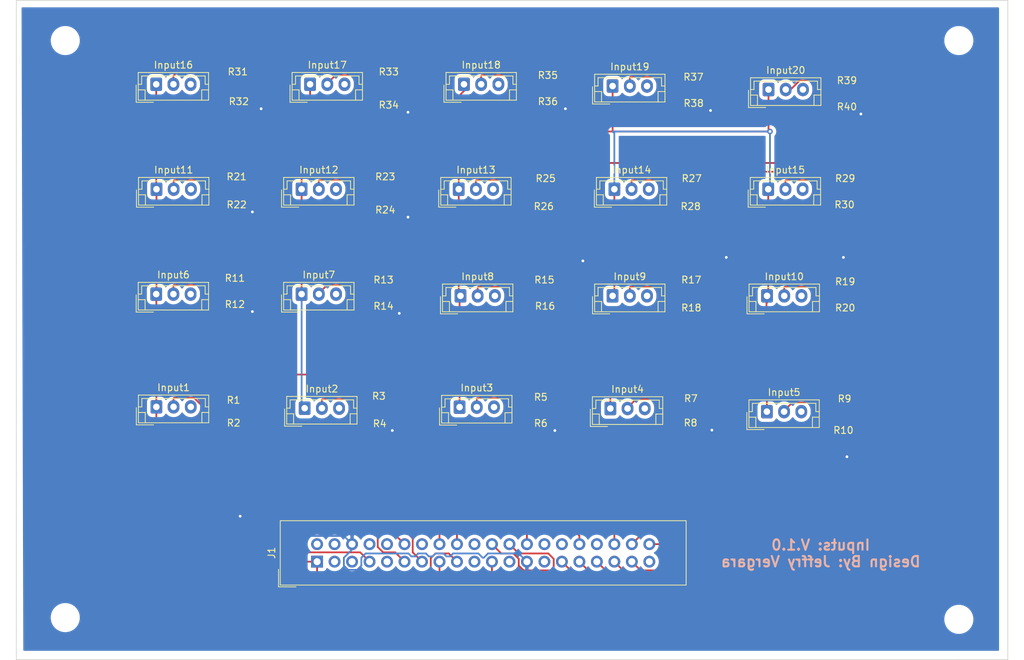
<source format=kicad_pcb>
(kicad_pcb (version 20171130) (host pcbnew 5.1.5+dfsg1-2build2)
  (layers (0 F.Cu signal) (31 B.Cu signal) (34 B.Paste user) (35 F.Paste user) (36 B.SilkS user) (37 F.SilkS user) (38 B.Mask user) (39 F.Mask user) (44 Edge.Cuts user))
  (net 0 "")
  (net 1 "Net-(Input1-Pad3)")
  (net 2 "Net-(Input1-Pad2)")
  (net 3 +3V0)
  (net 4 "Net-(Input2-Pad2)")
  (net 5 "Net-(Input2-Pad3)")
  (net 6 "Net-(Input3-Pad3)")
  (net 7 "Net-(Input3-Pad2)")
  (net 8 "Net-(Input4-Pad2)")
  (net 9 "Net-(Input4-Pad3)")
  (net 10 "Net-(Input5-Pad3)")
  (net 11 "Net-(Input5-Pad2)")
  (net 12 "Net-(Input6-Pad2)")
  (net 13 "Net-(Input6-Pad3)")
  (net 14 "Net-(Input7-Pad3)")
  (net 15 "Net-(Input7-Pad2)")
  (net 16 "Net-(Input8-Pad2)")
  (net 17 "Net-(Input8-Pad3)")
  (net 18 "Net-(Input9-Pad3)")
  (net 19 "Net-(Input9-Pad2)")
  (net 20 "Net-(Input10-Pad2)")
  (net 21 "Net-(Input10-Pad3)")
  (net 22 "Net-(Input11-Pad3)")
  (net 23 "Net-(Input11-Pad2)")
  (net 24 "Net-(Input12-Pad2)")
  (net 25 "Net-(Input12-Pad3)")
  (net 26 "Net-(Input13-Pad2)")
  (net 27 "Net-(Input13-Pad3)")
  (net 28 "Net-(Input14-Pad3)")
  (net 29 "Net-(Input14-Pad2)")
  (net 30 "Net-(Input15-Pad2)")
  (net 31 "Net-(Input15-Pad3)")
  (net 32 "Net-(Input16-Pad3)")
  (net 33 "Net-(Input16-Pad2)")
  (net 34 "Net-(Input17-Pad3)")
  (net 35 "Net-(Input17-Pad2)")
  (net 36 "Net-(Input18-Pad2)")
  (net 37 "Net-(Input18-Pad3)")
  (net 38 "Net-(Input19-Pad2)")
  (net 39 "Net-(Input19-Pad3)")
  (net 40 "Net-(Input20-Pad3)")
  (net 41 "Net-(Input20-Pad2)")
  (net 42 "Net-(J1-Pad3)")
  (net 43 "Net-(J1-Pad5)")
  (net 44 GND)
  (net 45 /input1)
  (net 46 "Net-(J1-Pad9)")
  (net 47 "Net-(J1-Pad10)")
  (net 48 /input8)
  (net 49 /input2)
  (net 50 /input9)
  (net 51 "Net-(J1-Pad14)")
  (net 52 /input15)
  (net 53 /input3)
  (net 54 /input10)
  (net 55 "Net-(J1-Pad19)")
  (net 56 "Net-(J1-Pad20)")
  (net 57 /input16)
  (net 58 /input17)
  (net 59 "Net-(J1-Pad23)")
  (net 60 /input18)
  (net 61 /input19)
  (net 62 "Net-(J1-Pad27)")
  (net 63 "Net-(J1-Pad28)")
  (net 64 /input20)
  (net 65 "Net-(J1-Pad30)")
  (net 66 /input14)
  (net 67 /input4)
  (net 68 /input11)
  (net 69 "Net-(J1-Pad34)")
  (net 70 /input12)
  (net 71 /input5)
  (net 72 /input13)
  (net 73 /input6)
  (net 74 "Net-(J1-Pad39)")
  (net 75 /input7)
  (net 76 "Net-(J1-Pad2)")
  (net 77 "Net-(J1-Pad4)")
  (net 78 "Net-(J1-Pad8)")
  (module Symbol:KiCad-Logo2_5mm_Copper (layer F.Cu) (at 92.71 79.502 90)
    (fp_text reference REF** hide)
    (fp_text value KiCad-Logo2_5mm_Copper hide)
    (fp_poly (pts (xy 6.228823 2.274533) (xy 6.260202 2.296776) (xy 6.287911 2.324485) (xy 6.287911 2.63392) (xy 6.287838 2.725799) (xy 6.287495 2.79784) (xy 6.286692 2.85278) (xy 6.285241 2.89336) (xy 6.282952 2.922317) (xy 6.279636 2.942391) (xy 6.275105 2.956321) (xy 6.269169 2.966845) (xy 6.264514 2.9731) (xy 6.233783 2.997673) (xy 6.198496 3.000341) (xy 6.166245 2.985271) (xy 6.155588 2.976374) (xy 6.148464 2.964557) (xy 6.144167 2.945526) (xy 6.141991 2.914992) (xy 6.141228 2.868662) (xy 6.141155 2.832871) (xy 6.141155 2.698045) (xy 5.644444 2.698045) (xy 5.644444 2.8207) (xy 5.643931 2.876787) (xy 5.641876 2.915333) (xy 5.637508 2.941361) (xy 5.630056 2.959897) (xy 5.621047 2.9731) (xy 5.590144 2.997604) (xy 5.555196 3.000506) (xy 5.521738 2.983089) (xy 5.512604 2.973959) (xy 5.506152 2.961855) (xy 5.501897 2.943001) (xy 5.499352 2.91362) (xy 5.498029 2.869937) (xy 5.497443 2.808175) (xy 5.497375 2.794) (xy 5.496891 2.677631) (xy 5.496641 2.581727) (xy 5.496723 2.504177) (xy 5.497231 2.442869) (xy 5.498262 2.39569) (xy 5.499913 2.36053) (xy 5.502279 2.335276) (xy 5.505457 2.317817) (xy 5.509544 2.306041) (xy 5.514634 2.297835) (xy 5.520266 2.291645) (xy 5.552128 2.271844) (xy 5.585357 2.274533) (xy 5.616735 2.296776) (xy 5.629433 2.311126) (xy 5.637526 2.326978) (xy 5.642042 2.349554) (xy 5.644006 2.384078) (xy 5.644444 2.435776) (xy 5.644444 2.551289) (xy 6.141155 2.551289) (xy 6.141155 2.432756) (xy 6.141662 2.378148) (xy 6.143698 2.341275) (xy 6.148035 2.317307) (xy 6.155447 2.301415) (xy 6.163733 2.291645) (xy 6.195594 2.271844) (xy 6.228823 2.274533)) (layer F.Cu) (width 0.01))
    (fp_poly (pts (xy 4.963065 2.269163) (xy 5.041772 2.269542) (xy 5.102863 2.270333) (xy 5.148817 2.27167) (xy 5.182114 2.273683) (xy 5.205236 2.276506) (xy 5.220662 2.280269) (xy 5.230871 2.285105) (xy 5.235813 2.288822) (xy 5.261457 2.321358) (xy 5.264559 2.355138) (xy 5.248711 2.385826) (xy 5.238348 2.398089) (xy 5.227196 2.40645) (xy 5.211035 2.411657) (xy 5.185642 2.414457) (xy 5.146798 2.415596) (xy 5.09028 2.415821) (xy 5.07918 2.415822) (xy 4.933244 2.415822) (xy 4.933244 2.686756) (xy 4.933148 2.772154) (xy 4.932711 2.837864) (xy 4.931712 2.886774) (xy 4.929928 2.921773) (xy 4.927137 2.945749) (xy 4.923117 2.961593) (xy 4.917645 2.972191) (xy 4.910666 2.980267) (xy 4.877734 3.000112) (xy 4.843354 2.998548) (xy 4.812176 2.975906) (xy 4.809886 2.9731) (xy 4.802429 2.962492) (xy 4.796747 2.950081) (xy 4.792601 2.93285) (xy 4.78975 2.907784) (xy 4.787954 2.871867) (xy 4.786972 2.822083) (xy 4.786564 2.755417) (xy 4.786489 2.679589) (xy 4.786489 2.415822) (xy 4.647127 2.415822) (xy 4.587322 2.415418) (xy 4.545918 2.41384) (xy 4.518748 2.410547) (xy 4.501646 2.404992) (xy 4.490443 2.396631) (xy 4.489083 2.395178) (xy 4.472725 2.361939) (xy 4.474172 2.324362) (xy 4.492978 2.291645) (xy 4.50025 2.285298) (xy 4.509627 2.280266) (xy 4.523609 2.276396) (xy 4.544696 2.273537) (xy 4.575389 2.271535) (xy 4.618189 2.270239) (xy 4.675595 2.269498) (xy 4.75011 2.269158) (xy 4.844233 2.269068) (xy 4.86426 2.269067) (xy 4.963065 2.269163)) (layer F.Cu) (width 0.01))
    (fp_poly (pts (xy 4.188614 2.275877) (xy 4.212327 2.290647) (xy 4.238978 2.312227) (xy 4.238978 2.633773) (xy 4.238893 2.72783) (xy 4.238529 2.801932) (xy 4.237724 2.858704) (xy 4.236313 2.900768) (xy 4.234133 2.930748) (xy 4.231021 2.951267) (xy 4.226814 2.964949) (xy 4.221348 2.974416) (xy 4.217472 2.979082) (xy 4.186034 2.999575) (xy 4.150233 2.998739) (xy 4.118873 2.981264) (xy 4.092222 2.959684) (xy 4.092222 2.312227) (xy 4.118873 2.290647) (xy 4.144594 2.274949) (xy 4.1656 2.269067) (xy 4.188614 2.275877)) (layer F.Cu) (width 0.01))
    (fp_poly (pts (xy 3.744665 2.271034) (xy 3.764255 2.278035) (xy 3.76501 2.278377) (xy 3.791613 2.298678) (xy 3.80627 2.319561) (xy 3.809138 2.329352) (xy 3.808996 2.342361) (xy 3.804961 2.360895) (xy 3.796146 2.387257) (xy 3.781669 2.423752) (xy 3.760645 2.472687) (xy 3.732188 2.536365) (xy 3.695415 2.617093) (xy 3.675175 2.661216) (xy 3.638625 2.739985) (xy 3.604315 2.812423) (xy 3.573552 2.87588) (xy 3.547648 2.927708) (xy 3.52791 2.965259) (xy 3.51565 2.985884) (xy 3.513224 2.988733) (xy 3.482183 3.001302) (xy 3.447121 2.999619) (xy 3.419 2.984332) (xy 3.417854 2.983089) (xy 3.406668 2.966154) (xy 3.387904 2.93317) (xy 3.363875 2.88838) (xy 3.336897 2.836032) (xy 3.327201 2.816742) (xy 3.254014 2.67015) (xy 3.17424 2.829393) (xy 3.145767 2.884415) (xy 3.11935 2.932132) (xy 3.097148 2.968893) (xy 3.081319 2.991044) (xy 3.075954 2.995741) (xy 3.034257 3.002102) (xy 2.999849 2.988733) (xy 2.989728 2.974446) (xy 2.972214 2.942692) (xy 2.948735 2.896597) (xy 2.92072 2.839285) (xy 2.889599 2.77388) (xy 2.856799 2.703507) (xy 2.82375 2.631291) (xy 2.791881 2.560355) (xy 2.762619 2.493825) (xy 2.737395 2.434826) (xy 2.717636 2.386481) (xy 2.704772 2.351915) (xy 2.700231 2.334253) (xy 2.700277 2.333613) (xy 2.711326 2.311388) (xy 2.73341 2.288753) (xy 2.73471 2.287768) (xy 2.761853 2.272425) (xy 2.786958 2.272574) (xy 2.796368 2.275466) (xy 2.807834 2.281718) (xy 2.82001 2.294014) (xy 2.834357 2.314908) (xy 2.852336 2.346949) (xy 2.875407 2.392688) (xy 2.90503 2.454677) (xy 2.931745 2.511898) (xy 2.96248 2.578226) (xy 2.990021 2.637874) (xy 3.012938 2.687725) (xy 3.029798 2.724664) (xy 3.039173 2.745573) (xy 3.04054 2.748845) (xy 3.046689 2.743497) (xy 3.060822 2.721109) (xy 3.081057 2.684946) (xy 3.105515 2.638277) (xy 3.115248 2.619022) (xy 3.148217 2.554004) (xy 3.173643 2.506654) (xy 3.193612 2.474219) (xy 3.21021 2.453946) (xy 3.225524 2.443082) (xy 3.24164 2.438875) (xy 3.252143 2.4384) (xy 3.27067 2.440042) (xy 3.286904 2.446831) (xy 3.303035 2.461566) (xy 3.321251 2.487044) (xy 3.343739 2.526061) (xy 3.372689 2.581414) (xy 3.388662 2.612903) (xy 3.41457 2.663087) (xy 3.437167 2.704704) (xy 3.454458 2.734242) (xy 3.46445 2.748189) (xy 3.465809 2.74877) (xy 3.472261 2.737793) (xy 3.486708 2.70929) (xy 3.507703 2.666244) (xy 3.533797 2.611638) (xy 3.563546 2.548454) (xy 3.57818 2.517071) (xy 3.61625 2.436078) (xy 3.646905 2.373756) (xy 3.671737 2.328071) (xy 3.692337 2.296989) (xy 3.710298 2.278478) (xy 3.72721 2.270504) (xy 3.744665 2.271034)) (layer F.Cu) (width 0.01))
    (fp_poly (pts (xy 1.018309 2.269275) (xy 1.147288 2.273636) (xy 1.256991 2.286861) (xy 1.349226 2.309741) (xy 1.425802 2.34307) (xy 1.488527 2.387638) (xy 1.539212 2.444236) (xy 1.579663 2.513658) (xy 1.580459 2.515351) (xy 1.604601 2.577483) (xy 1.613203 2.632509) (xy 1.606231 2.687887) (xy 1.583654 2.751073) (xy 1.579372 2.760689) (xy 1.550172 2.816966) (xy 1.517356 2.860451) (xy 1.475002 2.897417) (xy 1.41719 2.934135) (xy 1.413831 2.936052) (xy 1.363504 2.960227) (xy 1.306621 2.978282) (xy 1.239527 2.990839) (xy 1.158565 2.998522) (xy 1.060082 3.001953) (xy 1.025286 3.002251) (xy 0.859594 3.002845) (xy 0.836197 2.9731) (xy 0.829257 2.963319) (xy 0.823842 2.951897) (xy 0.819765 2.936095) (xy 0.816837 2.913175) (xy 0.814867 2.880396) (xy 0.814225 2.856089) (xy 0.970844 2.856089) (xy 1.064726 2.856089) (xy 1.119664 2.854483) (xy 1.17606 2.850255) (xy 1.222345 2.844292) (xy 1.225139 2.84379) (xy 1.307348 2.821736) (xy 1.371114 2.7886) (xy 1.418452 2.742847) (xy 1.451382 2.682939) (xy 1.457108 2.667061) (xy 1.462721 2.642333) (xy 1.460291 2.617902) (xy 1.448467 2.5854) (xy 1.44134 2.569434) (xy 1.418 2.527006) (xy 1.38988 2.49724) (xy 1.35894 2.476511) (xy 1.296966 2.449537) (xy 1.217651 2.429998) (xy 1.125253 2.418746) (xy 1.058333 2.41627) (xy 0.970844 2.415822) (xy 0.970844 2.856089) (xy 0.814225 2.856089) (xy 0.813668 2.835021) (xy 0.81305 2.774311) (xy 0.812825 2.695526) (xy 0.8128 2.63392) (xy 0.8128 2.324485) (xy 0.840509 2.296776) (xy 0.852806 2.285544) (xy 0.866103 2.277853) (xy 0.884672 2.27304) (xy 0.912786 2.270446) (xy 0.954717 2.26941) (xy 1.014737 2.26927) (xy 1.018309 2.269275)) (layer F.Cu) (width 0.01))
    (fp_poly (pts (xy 0.230343 2.26926) (xy 0.306701 2.270174) (xy 0.365217 2.272311) (xy 0.408255 2.276175) (xy 0.438183 2.282267) (xy 0.457368 2.29109) (xy 0.468176 2.303146) (xy 0.472973 2.318939) (xy 0.474127 2.33897) (xy 0.474133 2.341335) (xy 0.473131 2.363992) (xy 0.468396 2.381503) (xy 0.457333 2.394574) (xy 0.437348 2.403913) (xy 0.405846 2.410227) (xy 0.360232 2.414222) (xy 0.297913 2.416606) (xy 0.216293 2.418086) (xy 0.191277 2.418414) (xy -0.0508 2.421467) (xy -0.054186 2.486378) (xy -0.057571 2.551289) (xy 0.110576 2.551289) (xy 0.176266 2.551531) (xy 0.223172 2.552556) (xy 0.255083 2.554811) (xy 0.275791 2.558742) (xy 0.289084 2.564798) (xy 0.298755 2.573424) (xy 0.298817 2.573493) (xy 0.316356 2.607112) (xy 0.315722 2.643448) (xy 0.297314 2.674423) (xy 0.293671 2.677607) (xy 0.280741 2.685812) (xy 0.263024 2.691521) (xy 0.23657 2.695162) (xy 0.197432 2.697167) (xy 0.141662 2.697964) (xy 0.105994 2.698045) (xy -0.056445 2.698045) (xy -0.056445 2.856089) (xy 0.190161 2.856089) (xy 0.27158 2.856231) (xy 0.33341 2.856814) (xy 0.378637 2.858068) (xy 0.410248 2.860227) (xy 0.431231 2.863523) (xy 0.444573 2.868189) (xy 0.453261 2.874457) (xy 0.45545 2.876733) (xy 0.471614 2.90828) (xy 0.472797 2.944168) (xy 0.459536 2.975285) (xy 0.449043 2.985271) (xy 0.438129 2.990769) (xy 0.421217 2.995022) (xy 0.395633 2.99818) (xy 0.358701 3.000392) (xy 0.307746 3.001806) (xy 0.240094 3.002572) (xy 0.153069 3.002838) (xy 0.133394 3.002845) (xy 0.044911 3.002787) (xy -0.023773 3.002467) (xy -0.075436 3.001667) (xy -0.112855 3.000167) (xy -0.13881 2.997749) (xy -0.156078 2.994194) (xy -0.167438 2.989282) (xy -0.175668 2.982795) (xy -0.180183 2.978138) (xy -0.186979 2.969889) (xy -0.192288 2.959669) (xy -0.196294 2.9448) (xy -0.199179 2.922602) (xy -0.201126 2.890393) (xy -0.202319 2.845496) (xy -0.202939 2.785228) (xy -0.203171 2.706911) (xy -0.2032 2.640994) (xy -0.203129 2.548628) (xy -0.202792 2.476117) (xy -0.202002 2.420737) (xy -0.200574 2.379765) (xy -0.198321 2.350478) (xy -0.195057 2.330153) (xy -0.190596 2.316066) (xy -0.184752 2.305495) (xy -0.179803 2.298811) (xy -0.156406 2.269067) (xy 0.133774 2.269067) (xy 0.230343 2.26926)) (layer F.Cu) (width 0.01))
    (fp_poly (pts (xy -1.300114 2.273448) (xy -1.276548 2.287273) (xy -1.245735 2.309881) (xy -1.206078 2.342338) (xy -1.15598 2.385708) (xy -1.093843 2.441058) (xy -1.018072 2.509451) (xy -0.931334 2.588084) (xy -0.750711 2.751878) (xy -0.745067 2.532029) (xy -0.743029 2.456351) (xy -0.741063 2.399994) (xy -0.738734 2.359706) (xy -0.735606 2.332235) (xy -0.731245 2.314329) (xy -0.725216 2.302737) (xy -0.717084 2.294208) (xy -0.712772 2.290623) (xy -0.678241 2.27167) (xy -0.645383 2.274441) (xy -0.619318 2.290633) (xy -0.592667 2.312199) (xy -0.589352 2.627151) (xy -0.588435 2.719779) (xy -0.587968 2.792544) (xy -0.588113 2.848161) (xy -0.589032 2.889342) (xy -0.590887 2.918803) (xy -0.593839 2.939255) (xy -0.59805 2.953413) (xy -0.603682 2.963991) (xy -0.609927 2.972474) (xy -0.623439 2.988207) (xy -0.636883 2.998636) (xy -0.652124 3.002639) (xy -0.671026 2.999094) (xy -0.695455 2.986879) (xy -0.727273 2.964871) (xy -0.768348 2.931949) (xy -0.820542 2.886991) (xy -0.885722 2.828875) (xy -0.959556 2.762099) (xy -1.224845 2.521458) (xy -1.230489 2.740589) (xy -1.232531 2.816128) (xy -1.234502 2.872354) (xy -1.236839 2.912524) (xy -1.239981 2.939896) (xy -1.244364 2.957728) (xy -1.250424 2.969279) (xy -1.2586 2.977807) (xy -1.262784 2.981282) (xy -1.299765 3.000372) (xy -1.334708 2.997493) (xy -1.365136 2.9731) (xy -1.372097 2.963286) (xy -1.377523 2.951826) (xy -1.381603 2.935968) (xy -1.384529 2.912963) (xy -1.386492 2.880062) (xy -1.387683 2.834516) (xy -1.388292 2.773573) (xy -1.388511 2.694486) (xy -1.388534 2.635956) (xy -1.38846 2.544407) (xy -1.388113 2.472687) (xy -1.387301 2.418045) (xy -1.385833 2.377732) (xy -1.383519 2.348998) (xy -1.380167 2.329093) (xy -1.375588 2.315268) (xy -1.369589 2.304772) (xy -1.365136 2.298811) (xy -1.35385 2.284691) (xy -1.343301 2.274029) (xy -1.331893 2.267892) (xy -1.31803 2.267343) (xy -1.300114 2.273448)) (layer F.Cu) (width 0.01))
    (fp_poly (pts (xy -1.950081 2.274599) (xy -1.881565 2.286095) (xy -1.828943 2.303967) (xy -1.794708 2.327499) (xy -1.785379 2.340924) (xy -1.775893 2.372148) (xy -1.782277 2.400395) (xy -1.80243 2.427182) (xy -1.833745 2.439713) (xy -1.879183 2.438696) (xy -1.914326 2.431906) (xy -1.992419 2.418971) (xy -2.072226 2.417742) (xy -2.161555 2.428241) (xy -2.186229 2.43269) (xy -2.269291 2.456108) (xy -2.334273 2.490945) (xy -2.380461 2.536604) (xy -2.407145 2.592494) (xy -2.412663 2.621388) (xy -2.409051 2.680012) (xy -2.385729 2.731879) (xy -2.344824 2.775978) (xy -2.288459 2.811299) (xy -2.21876 2.836829) (xy -2.137852 2.851559) (xy -2.04786 2.854478) (xy -1.95091 2.844575) (xy -1.945436 2.843641) (xy -1.906875 2.836459) (xy -1.885494 2.829521) (xy -1.876227 2.819227) (xy -1.874006 2.801976) (xy -1.873956 2.792841) (xy -1.873956 2.754489) (xy -1.942431 2.754489) (xy -2.0029 2.750347) (xy -2.044165 2.737147) (xy -2.068175 2.71373) (xy -2.076877 2.678936) (xy -2.076983 2.674394) (xy -2.071892 2.644654) (xy -2.054433 2.623419) (xy -2.021939 2.609366) (xy -1.971743 2.601173) (xy -1.923123 2.598161) (xy -1.852456 2.596433) (xy -1.801198 2.59907) (xy -1.766239 2.6088) (xy -1.74447 2.628353) (xy -1.73278 2.660456) (xy -1.72806 2.707838) (xy -1.7272 2.770071) (xy -1.728609 2.839535) (xy -1.732848 2.886786) (xy -1.739936 2.912012) (xy -1.741311 2.913988) (xy -1.780228 2.945508) (xy -1.837286 2.97047) (xy -1.908869 2.98834) (xy -1.991358 2.998586) (xy -2.081139 3.000673) (xy -2.174592 2.994068) (xy -2.229556 2.985956) (xy -2.315766 2.961554) (xy -2.395892 2.921662) (xy -2.462977 2.869887) (xy -2.473173 2.859539) (xy -2.506302 2.816035) (xy -2.536194 2.762118) (xy -2.559357 2.705592) (xy -2.572298 2.654259) (xy -2.573858 2.634544) (xy -2.567218 2.593419) (xy -2.549568 2.542252) (xy -2.524297 2.488394) (xy -2.494789 2.439195) (xy -2.468719 2.406334) (xy -2.407765 2.357452) (xy -2.328969 2.318545) (xy -2.235157 2.290494) (xy -2.12915 2.274179) (xy -2.032 2.270192) (xy -1.950081 2.274599)) (layer F.Cu) (width 0.01))
    (fp_poly (pts (xy -2.923822 2.291645) (xy -2.917242 2.299218) (xy -2.912079 2.308987) (xy -2.908164 2.323571) (xy -2.905324 2.345585) (xy -2.903387 2.377648) (xy -2.902183 2.422375) (xy -2.901539 2.482385) (xy -2.901284 2.560294) (xy -2.901245 2.635956) (xy -2.901314 2.729802) (xy -2.901638 2.803689) (xy -2.902386 2.860232) (xy -2.903732 2.902049) (xy -2.905846 2.931757) (xy -2.9089 2.951973) (xy -2.913066 2.965314) (xy -2.918516 2.974398) (xy -2.923822 2.980267) (xy -2.956826 2.999947) (xy -2.991991 2.998181) (xy -3.023455 2.976717) (xy -3.030684 2.968337) (xy -3.036334 2.958614) (xy -3.040599 2.944861) (xy -3.043673 2.924389) (xy -3.045752 2.894512) (xy -3.04703 2.852541) (xy -3.047701 2.795789) (xy -3.047959 2.721567) (xy -3.048 2.637537) (xy -3.048 2.324485) (xy -3.020291 2.296776) (xy -2.986137 2.273463) (xy -2.953006 2.272623) (xy -2.923822 2.291645)) (layer F.Cu) (width 0.01))
    (fp_poly (pts (xy -3.691703 2.270351) (xy -3.616888 2.275581) (xy -3.547306 2.28375) (xy -3.487002 2.29455) (xy -3.44002 2.307673) (xy -3.410406 2.322813) (xy -3.40586 2.327269) (xy -3.390054 2.36185) (xy -3.394847 2.397351) (xy -3.419364 2.427725) (xy -3.420534 2.428596) (xy -3.434954 2.437954) (xy -3.450008 2.442876) (xy -3.471005 2.443473) (xy -3.503257 2.439861) (xy -3.552073 2.432154) (xy -3.556 2.431505) (xy -3.628739 2.422569) (xy -3.707217 2.418161) (xy -3.785927 2.418119) (xy -3.859361 2.422279) (xy -3.922011 2.430479) (xy -3.96837 2.442557) (xy -3.971416 2.443771) (xy -4.005048 2.462615) (xy -4.016864 2.481685) (xy -4.007614 2.500439) (xy -3.978047 2.518337) (xy -3.928911 2.534837) (xy -3.860957 2.549396) (xy -3.815645 2.556406) (xy -3.721456 2.569889) (xy -3.646544 2.582214) (xy -3.587717 2.594449) (xy -3.541785 2.607661) (xy -3.505555 2.622917) (xy -3.475838 2.641285) (xy -3.449442 2.663831) (xy -3.42823 2.685971) (xy -3.403065 2.716819) (xy -3.390681 2.743345) (xy -3.386808 2.776026) (xy -3.386667 2.787995) (xy -3.389576 2.827712) (xy -3.401202 2.857259) (xy -3.421323 2.883486) (xy -3.462216 2.923576) (xy -3.507817 2.954149) (xy -3.561513 2.976203) (xy -3.626692 2.990735) (xy -3.706744 2.998741) (xy -3.805057 3.001218) (xy -3.821289 3.001177) (xy -3.886849 2.999818) (xy -3.951866 2.99673) (xy -4.009252 2.992356) (xy -4.051922 2.98714) (xy -4.055372 2.986541) (xy -4.097796 2.976491) (xy -4.13378 2.963796) (xy -4.15415 2.95219) (xy -4.173107 2.921572) (xy -4.174427 2.885918) (xy -4.158085 2.854144) (xy -4.154429 2.850551) (xy -4.139315 2.839876) (xy -4.120415 2.835276) (xy -4.091162 2.836059) (xy -4.055651 2.840127) (xy -4.01597 2.843762) (xy -3.960345 2.846828) (xy -3.895406 2.849053) (xy -3.827785 2.850164) (xy -3.81 2.850237) (xy -3.742128 2.849964) (xy -3.692454 2.848646) (xy -3.65661 2.845827) (xy -3.630224 2.84105) (xy -3.608926 2.833857) (xy -3.596126 2.827867) (xy -3.568 2.811233) (xy -3.550068 2.796168) (xy -3.547447 2.791897) (xy -3.552976 2.774263) (xy -3.57926 2.757192) (xy -3.624478 2.741458) (xy -3.686808 2.727838) (xy -3.705171 2.724804) (xy -3.80109 2.709738) (xy -3.877641 2.697146) (xy -3.93778 2.686111) (xy -3.98446 2.67572) (xy -4.020637 2.665056) (xy -4.049265 2.653205) (xy -4.073298 2.639251) (xy -4.095692 2.622281) (xy -4.119402 2.601378) (xy -4.12738 2.594049) (xy -4.155353 2.566699) (xy -4.17016 2.545029) (xy -4.175952 2.520232) (xy -4.176889 2.488983) (xy -4.166575 2.427705) (xy -4.135752 2.37564) (xy -4.084595 2.332958) (xy -4.013283 2.299825) (xy -3.9624 2.284964) (xy -3.9071 2.275366) (xy -3.840853 2.269936) (xy -3.767706 2.268367) (xy -3.691703 2.270351)) (layer F.Cu) (width 0.01))
    (fp_poly (pts (xy -4.712794 2.269146) (xy -4.643386 2.269518) (xy -4.590997 2.270385) (xy -4.552847 2.271946) (xy -4.526159 2.274403) (xy -4.508153 2.277957) (xy -4.496049 2.28281) (xy -4.487069 2.289161) (xy -4.483818 2.292084) (xy -4.464043 2.323142) (xy -4.460482 2.358828) (xy -4.473491 2.39051) (xy -4.479506 2.396913) (xy -4.489235 2.403121) (xy -4.504901 2.40791) (xy -4.529408 2.411514) (xy -4.565661 2.414164) (xy -4.616565 2.416095) (xy -4.685026 2.417539) (xy -4.747617 2.418418) (xy -4.995334 2.421467) (xy -4.998719 2.486378) (xy -5.002105 2.551289) (xy -4.833958 2.551289) (xy -4.760959 2.551919) (xy -4.707517 2.554553) (xy -4.670628 2.560309) (xy -4.647288 2.570304) (xy -4.634494 2.585656) (xy -4.629242 2.607482) (xy -4.628445 2.627738) (xy -4.630923 2.652592) (xy -4.640277 2.670906) (xy -4.659383 2.683637) (xy -4.691118 2.691741) (xy -4.738359 2.696176) (xy -4.803983 2.697899) (xy -4.839801 2.698045) (xy -5.000978 2.698045) (xy -5.000978 2.856089) (xy -4.752622 2.856089) (xy -4.671213 2.856202) (xy -4.609342 2.856712) (xy -4.563968 2.85787) (xy -4.532054 2.85993) (xy -4.510559 2.863146) (xy -4.496443 2.867772) (xy -4.486668 2.874059) (xy -4.481689 2.878667) (xy -4.46461 2.90556) (xy -4.459111 2.929467) (xy -4.466963 2.958667) (xy -4.481689 2.980267) (xy -4.489546 2.987066) (xy -4.499688 2.992346) (xy -4.514844 2.996298) (xy -4.537741 2.999113) (xy -4.571109 3.000982) (xy -4.617675 3.002098) (xy -4.680167 3.002651) (xy -4.761314 3.002833) (xy -4.803422 3.002845) (xy -4.893598 3.002765) (xy -4.963924 3.002398) (xy -5.017129 3.001552) (xy -5.05594 3.000036) (xy -5.083087 2.997659) (xy -5.101298 2.994229) (xy -5.1133 2.989554) (xy -5.121822 2.983444) (xy -5.125156 2.980267) (xy -5.131755 2.97267) (xy -5.136927 2.96287) (xy -5.140846 2.948239) (xy -5.143684 2.926152) (xy -5.145615 2.893982) (xy -5.146812 2.849103) (xy -5.147448 2.788889) (xy -5.147697 2.710713) (xy -5.147734 2.637923) (xy -5.1477 2.544707) (xy -5.147465 2.471431) (xy -5.14683 2.415458) (xy -5.145594 2.374151) (xy -5.143556 2.344872) (xy -5.140517 2.324984) (xy -5.136277 2.31185) (xy -5.130635 2.302832) (xy -5.123391 2.295293) (xy -5.121606 2.293612) (xy -5.112945 2.286172) (xy -5.102882 2.280409) (xy -5.088625 2.276112) (xy -5.067383 2.273064) (xy -5.036364 2.271051) (xy -4.992777 2.26986) (xy -4.933831 2.269275) (xy -4.856734 2.269083) (xy -4.802001 2.269067) (xy -4.712794 2.269146)) (layer F.Cu) (width 0.01))
    (fp_poly (pts (xy -6.121371 2.269066) (xy -6.081889 2.269467) (xy -5.9662 2.272259) (xy -5.869311 2.28055) (xy -5.787919 2.295232) (xy -5.718723 2.317193) (xy -5.65842 2.347322) (xy -5.603708 2.38651) (xy -5.584167 2.403532) (xy -5.55175 2.443363) (xy -5.52252 2.497413) (xy -5.499991 2.557323) (xy -5.487679 2.614739) (xy -5.4864 2.635956) (xy -5.494417 2.694769) (xy -5.515899 2.759013) (xy -5.546999 2.819821) (xy -5.583866 2.86833) (xy -5.589854 2.874182) (xy -5.640579 2.915321) (xy -5.696125 2.947435) (xy -5.759696 2.971365) (xy -5.834494 2.987953) (xy -5.923722 2.998041) (xy -6.030582 3.002469) (xy -6.079528 3.002845) (xy -6.141762 3.002545) (xy -6.185528 3.001292) (xy -6.214931 2.998554) (xy -6.234079 2.993801) (xy -6.247077 2.986501) (xy -6.254045 2.980267) (xy -6.260626 2.972694) (xy -6.265788 2.962924) (xy -6.269703 2.94834) (xy -6.272543 2.926326) (xy -6.27448 2.894264) (xy -6.275684 2.849536) (xy -6.276328 2.789526) (xy -6.276583 2.711617) (xy -6.276622 2.635956) (xy -6.27687 2.535041) (xy -6.276817 2.454427) (xy -6.275857 2.415822) (xy -6.129867 2.415822) (xy -6.129867 2.856089) (xy -6.036734 2.856004) (xy -5.980693 2.854396) (xy -5.921999 2.850256) (xy -5.873028 2.844464) (xy -5.871538 2.844226) (xy -5.792392 2.82509) (xy -5.731002 2.795287) (xy -5.684305 2.752878) (xy -5.654635 2.706961) (xy -5.636353 2.656026) (xy -5.637771 2.6082) (xy -5.658988 2.556933) (xy -5.700489 2.503899) (xy -5.757998 2.4646) (xy -5.83275 2.438331) (xy -5.882708 2.429035) (xy -5.939416 2.422507) (xy -5.999519 2.417782) (xy -6.050639 2.415817) (xy -6.053667 2.415808) (xy -6.129867 2.415822) (xy -6.275857 2.415822) (xy -6.27526 2.391851) (xy -6.270998 2.345055) (xy -6.26283 2.311778) (xy -6.249556 2.289759) (xy -6.229974 2.276739) (xy -6.202883 2.270457) (xy -6.167082 2.268653) (xy -6.121371 2.269066)) (layer F.Cu) (width 0.01))
    (fp_poly (pts (xy -2.273043 -2.973429) (xy -2.176768 -2.949191) (xy -2.090184 -2.906359) (xy -2.015373 -2.846581) (xy -1.954418 -2.771506) (xy -1.909399 -2.68278) (xy -1.883136 -2.58647) (xy -1.877286 -2.489205) (xy -1.89214 -2.395346) (xy -1.92584 -2.307489) (xy -1.976528 -2.22823) (xy -2.042345 -2.160164) (xy -2.121434 -2.105888) (xy -2.211934 -2.067998) (xy -2.2632 -2.055574) (xy -2.307698 -2.048053) (xy -2.341999 -2.045081) (xy -2.37496 -2.046906) (xy -2.415434 -2.053775) (xy -2.448531 -2.06075) (xy -2.541947 -2.092259) (xy -2.625619 -2.143383) (xy -2.697665 -2.212571) (xy -2.7562 -2.298272) (xy -2.770148 -2.325511) (xy -2.786586 -2.361878) (xy -2.796894 -2.392418) (xy -2.80246 -2.42455) (xy -2.804669 -2.465693) (xy -2.804948 -2.511778) (xy -2.800861 -2.596135) (xy -2.787446 -2.665414) (xy -2.762256 -2.726039) (xy -2.722846 -2.784433) (xy -2.684298 -2.828698) (xy -2.612406 -2.894516) (xy -2.537313 -2.939947) (xy -2.454562 -2.96715) (xy -2.376928 -2.977424) (xy -2.273043 -2.973429)) (layer F.Cu) (width 0.01))
    (fp_poly (pts (xy 6.186507 -0.527755) (xy 6.186526 -0.293338) (xy 6.186552 -0.080397) (xy 6.186625 0.112168) (xy 6.186782 0.285459) (xy 6.187064 0.440576) (xy 6.187509 0.57862) (xy 6.188156 0.700692) (xy 6.189045 0.807894) (xy 6.190213 0.901326) (xy 6.191701 0.98209) (xy 6.193546 1.051286) (xy 6.195789 1.110015) (xy 6.198469 1.159379) (xy 6.201623 1.200478) (xy 6.205292 1.234413) (xy 6.209513 1.262286) (xy 6.214327 1.285198) (xy 6.219773 1.304249) (xy 6.225888 1.32054) (xy 6.232712 1.335173) (xy 6.240285 1.349249) (xy 6.248645 1.363868) (xy 6.253839 1.372974) (xy 6.288104 1.433689) (xy 5.429955 1.433689) (xy 5.429955 1.337733) (xy 5.429224 1.29437) (xy 5.427272 1.261205) (xy 5.424463 1.243424) (xy 5.423221 1.241778) (xy 5.411799 1.248662) (xy 5.389084 1.266505) (xy 5.366385 1.285879) (xy 5.3118 1.326614) (xy 5.242321 1.367617) (xy 5.16527 1.405123) (xy 5.087965 1.435364) (xy 5.057113 1.445012) (xy 4.988616 1.459578) (xy 4.905764 1.469539) (xy 4.816371 1.474583) (xy 4.728248 1.474396) (xy 4.649207 1.468666) (xy 4.611511 1.462858) (xy 4.473414 1.424797) (xy 4.346113 1.367073) (xy 4.230292 1.290211) (xy 4.126637 1.194739) (xy 4.035833 1.081179) (xy 3.969031 0.970381) (xy 3.914164 0.853625) (xy 3.872163 0.734276) (xy 3.842167 0.608283) (xy 3.823311 0.471594) (xy 3.814732 0.320158) (xy 3.814006 0.242711) (xy 3.8161 0.185934) (xy 4.645217 0.185934) (xy 4.645424 0.279002) (xy 4.648337 0.366692) (xy 4.654 0.443772) (xy 4.662455 0.505009) (xy 4.665038 0.51735) (xy 4.69684 0.624633) (xy 4.738498 0.711658) (xy 4.790363 0.778642) (xy 4.852781 0.825805) (xy 4.9261 0.853365) (xy 5.010669 0.861541) (xy 5.106835 0.850551) (xy 5.170311 0.834829) (xy 5.219454 0.816639) (xy 5.273583 0.790791) (xy 5.314244 0.767089) (xy 5.3848 0.720721) (xy 5.3848 -0.42947) (xy 5.317392 -0.473038) (xy 5.238867 -0.51396) (xy 5.154681 -0.540611) (xy 5.069557 -0.552535) (xy 4.988216 -0.549278) (xy 4.91538 -0.530385) (xy 4.883426 -0.514816) (xy 4.825501 -0.471819) (xy 4.776544 -0.415047) (xy 4.73539 -0.342425) (xy 4.700874 -0.251879) (xy 4.671833 -0.141334) (xy 4.670552 -0.135467) (xy 4.660381 -0.073212) (xy 4.652739 0.004594) (xy 4.64767 0.09272) (xy 4.645217 0.185934) (xy 3.8161 0.185934) (xy 3.821857 0.029895) (xy 3.843802 -0.165941) (xy 3.879786 -0.344668) (xy 3.929759 -0.506155) (xy 3.993668 -0.650274) (xy 4.071462 -0.776894) (xy 4.163089 -0.885885) (xy 4.268497 -0.977117) (xy 4.313662 -1.008068) (xy 4.414611 -1.064215) (xy 4.517901 -1.103826) (xy 4.627989 -1.127986) (xy 4.74933 -1.137781) (xy 4.841836 -1.136735) (xy 4.97149 -1.125769) (xy 5.084084 -1.103954) (xy 5.182875 -1.070286) (xy 5.271121 -1.023764) (xy 5.319986 -0.989552) (xy 5.349353 -0.967638) (xy 5.371043 -0.952667) (xy 5.379253 -0.948267) (xy 5.380868 -0.959096) (xy 5.382159 -0.989749) (xy 5.383138 -1.037474) (xy 5.383817 -1.099521) (xy 5.38421 -1.173138) (xy 5.38433 -1.255573) (xy 5.384188 -1.344075) (xy 5.383797 -1.435893) (xy 5.383171 -1.528276) (xy 5.38232 -1.618472) (xy 5.38126 -1.703729) (xy 5.380001 -1.781297) (xy 5.378556 -1.848424) (xy 5.376938 -1.902359) (xy 5.375161 -1.94035) (xy 5.374669 -1.947333) (xy 5.367092 -2.017749) (xy 5.355531 -2.072898) (xy 5.337792 -2.120019) (xy 5.311682 -2.166353) (xy 5.305415 -2.175933) (xy 5.280983 -2.212622) (xy 6.186311 -2.212622) (xy 6.186507 -0.527755)) (layer F.Cu) (width 0.01))
    (fp_poly (pts (xy 2.673574 -1.133448) (xy 2.825492 -1.113433) (xy 2.960756 -1.079798) (xy 3.080239 -1.032275) (xy 3.184815 -0.970595) (xy 3.262424 -0.907035) (xy 3.331265 -0.832901) (xy 3.385006 -0.753129) (xy 3.42791 -0.660909) (xy 3.443384 -0.617839) (xy 3.456244 -0.578858) (xy 3.467446 -0.542711) (xy 3.47712 -0.507566) (xy 3.485396 -0.47159) (xy 3.492403 -0.43295) (xy 3.498272 -0.389815) (xy 3.503131 -0.340351) (xy 3.50711 -0.282727) (xy 3.51034 -0.215109) (xy 3.512949 -0.135666) (xy 3.515067 -0.042564) (xy 3.516824 0.066027) (xy 3.518349 0.191942) (xy 3.519772 0.337012) (xy 3.521025 0.479778) (xy 3.522351 0.635968) (xy 3.523556 0.771239) (xy 3.524766 0.887246) (xy 3.526106 0.985645) (xy 3.5277 1.068093) (xy 3.529675 1.136246) (xy 3.532156 1.19176) (xy 3.535269 1.236292) (xy 3.539138 1.271498) (xy 3.543889 1.299034) (xy 3.549648 1.320556) (xy 3.556539 1.337722) (xy 3.564689 1.352186) (xy 3.574223 1.365606) (xy 3.585266 1.379638) (xy 3.589566 1.385071) (xy 3.605386 1.40791) (xy 3.612422 1.423463) (xy 3.612444 1.423922) (xy 3.601567 1.426121) (xy 3.570582 1.428147) (xy 3.521957 1.429942) (xy 3.458163 1.431451) (xy 3.381669 1.432616) (xy 3.294944 1.43338) (xy 3.200457 1.433686) (xy 3.18955 1.433689) (xy 2.766657 1.433689) (xy 2.763395 1.337622) (xy 2.760133 1.241556) (xy 2.698044 1.292543) (xy 2.600714 1.360057) (xy 2.490813 1.414749) (xy 2.404349 1.444978) (xy 2.335278 1.459666) (xy 2.251925 1.469659) (xy 2.162159 1.474646) (xy 2.073845 1.474313) (xy 1.994851 1.468351) (xy 1.958622 1.462638) (xy 1.818603 1.424776) (xy 1.692178 1.369932) (xy 1.58026 1.298924) (xy 1.483762 1.212568) (xy 1.4036 1.111679) (xy 1.340687 0.997076) (xy 1.296312 0.870984) (xy 1.283978 0.814401) (xy 1.276368 0.752202) (xy 1.272739 0.677363) (xy 1.272245 0.643467) (xy 1.27231 0.640282) (xy 2.032248 0.640282) (xy 2.041541 0.715333) (xy 2.069728 0.77916) (xy 2.118197 0.834798) (xy 2.123254 0.839211) (xy 2.171548 0.874037) (xy 2.223257 0.89662) (xy 2.283989 0.90854) (xy 2.359352 0.911383) (xy 2.377459 0.910978) (xy 2.431278 0.908325) (xy 2.471308 0.902909) (xy 2.506324 0.892745) (xy 2.545103 0.87585) (xy 2.555745 0.870672) (xy 2.616396 0.834844) (xy 2.663215 0.792212) (xy 2.675952 0.776973) (xy 2.720622 0.720462) (xy 2.720622 0.524586) (xy 2.720086 0.445939) (xy 2.718396 0.387988) (xy 2.715428 0.348875) (xy 2.711057 0.326741) (xy 2.706972 0.320274) (xy 2.691047 0.317111) (xy 2.657264 0.314488) (xy 2.61034 0.312655) (xy 2.554993 0.311857) (xy 2.546106 0.311842) (xy 2.42533 0.317096) (xy 2.32266 0.333263) (xy 2.236106 0.360961) (xy 2.163681 0.400808) (xy 2.108751 0.447758) (xy 2.064204 0.505645) (xy 2.03948 0.568693) (xy 2.032248 0.640282) (xy 1.27231 0.640282) (xy 1.274178 0.549712) (xy 1.282522 0.470812) (xy 1.298768 0.39959) (xy 1.324405 0.328864) (xy 1.348401 0.276493) (xy 1.40702 0.181196) (xy 1.485117 0.09317) (xy 1.580315 0.014017) (xy 1.690238 -0.05466) (xy 1.81251 -0.111259) (xy 1.944755 -0.154179) (xy 2.009422 -0.169118) (xy 2.145604 -0.191223) (xy 2.294049 -0.205806) (xy 2.445505 -0.212187) (xy 2.572064 -0.210555) (xy 2.73395 -0.203776) (xy 2.72653 -0.262755) (xy 2.707238 -0.361908) (xy 2.676104 -0.442628) (xy 2.632269 -0.505534) (xy 2.574871 -0.551244) (xy 2.503048 -0.580378) (xy 2.415941 -0.593553) (xy 2.312686 -0.591389) (xy 2.274711 -0.587388) (xy 2.13352 -0.56222) (xy 1.996707 -0.521186) (xy 1.902178 -0.483185) (xy 1.857018 -0.46381) (xy 1.818585 -0.44824) (xy 1.792234 -0.438595) (xy 1.784546 -0.436548) (xy 1.774802 -0.445626) (xy 1.758083 -0.474595) (xy 1.734232 -0.523783) (xy 1.703093 -0.593516) (xy 1.664507 -0.684121) (xy 1.65791 -0.699911) (xy 1.627853 -0.772228) (xy 1.600874 -0.837575) (xy 1.578136 -0.893094) (xy 1.560806 -0.935928) (xy 1.550048 -0.963219) (xy 1.546941 -0.972058) (xy 1.55694 -0.976813) (xy 1.583217 -0.98209) (xy 1.611489 -0.985769) (xy 1.641646 -0.990526) (xy 1.689433 -0.999972) (xy 1.750612 -1.01318) (xy 1.820946 -1.029224) (xy 1.896194 -1.04718) (xy 1.924755 -1.054203) (xy 2.029816 -1.079791) (xy 2.11748 -1.099853) (xy 2.192068 -1.115031) (xy 2.257903 -1.125965) (xy 2.319307 -1.133296) (xy 2.380602 -1.137665) (xy 2.44611 -1.139713) (xy 2.504128 -1.140111) (xy 2.673574 -1.133448)) (layer F.Cu) (width 0.01))
    (fp_poly (pts (xy 0.328429 -2.050929) (xy 0.48857 -2.029755) (xy 0.65251 -1.989615) (xy 0.822313 -1.930111) (xy 1.000043 -1.850846) (xy 1.01131 -1.845301) (xy 1.069005 -1.817275) (xy 1.120552 -1.793198) (xy 1.162191 -1.774751) (xy 1.190162 -1.763614) (xy 1.199733 -1.761067) (xy 1.21895 -1.756059) (xy 1.223561 -1.751853) (xy 1.218458 -1.74142) (xy 1.202418 -1.715132) (xy 1.177288 -1.675743) (xy 1.144914 -1.626009) (xy 1.107143 -1.568685) (xy 1.065822 -1.506524) (xy 1.022798 -1.442282) (xy 0.979917 -1.378715) (xy 0.939026 -1.318575) (xy 0.901971 -1.26462) (xy 0.8706 -1.219603) (xy 0.846759 -1.186279) (xy 0.832294 -1.167403) (xy 0.830309 -1.165213) (xy 0.820191 -1.169862) (xy 0.79785 -1.187038) (xy 0.76728 -1.21356) (xy 0.751536 -1.228036) (xy 0.655047 -1.303318) (xy 0.548336 -1.358759) (xy 0.432832 -1.393859) (xy 0.309962 -1.40812) (xy 0.240561 -1.406949) (xy 0.119423 -1.389788) (xy 0.010205 -1.353906) (xy -0.087418 -1.299041) (xy -0.173772 -1.22493) (xy -0.249185 -1.131312) (xy -0.313982 -1.017924) (xy -0.351399 -0.931333) (xy -0.395252 -0.795634) (xy -0.427572 -0.64815) (xy -0.448443 -0.492686) (xy -0.457949 -0.333044) (xy -0.456173 -0.173027) (xy -0.443197 -0.016439) (xy -0.419106 0.132918) (xy -0.383982 0.27124) (xy -0.337908 0.394724) (xy -0.321627 0.428978) (xy -0.25338 0.543064) (xy -0.172921 0.639557) (xy -0.08143 0.71767) (xy 0.019911 0.776617) (xy 0.12992 0.815612) (xy 0.247415 0.833868) (xy 0.288883 0.835211) (xy 0.410441 0.82429) (xy 0.530878 0.791474) (xy 0.648666 0.737439) (xy 0.762277 0.662865) (xy 0.853685 0.584539) (xy 0.900215 0.540008) (xy 1.081483 0.837271) (xy 1.12658 0.911433) (xy 1.167819 0.979646) (xy 1.203735 1.039459) (xy 1.232866 1.08842) (xy 1.25375 1.124079) (xy 1.264924 1.143984) (xy 1.266375 1.147079) (xy 1.258146 1.156718) (xy 1.232567 1.173999) (xy 1.192873 1.197283) (xy 1.142297 1.224934) (xy 1.084074 1.255315) (xy 1.021437 1.28679) (xy 0.957621 1.317722) (xy 0.89586 1.346473) (xy 0.839388 1.371408) (xy 0.791438 1.390889) (xy 0.767986 1.399318) (xy 0.634221 1.437133) (xy 0.496327 1.462136) (xy 0.348622 1.47514) (xy 0.221833 1.477468) (xy 0.153878 1.476373) (xy 0.088277 1.474275) (xy 0.030847 1.471434) (xy -0.012597 1.468106) (xy -0.026702 1.466422) (xy -0.165716 1.437587) (xy -0.307243 1.392468) (xy -0.444725 1.33375) (xy -0.571606 1.26412) (xy -0.649111 1.211441) (xy -0.776519 1.103239) (xy -0.894822 0.976671) (xy -1.001828 0.834866) (xy -1.095348 0.680951) (xy -1.17319 0.518053) (xy -1.217044 0.400756) (xy -1.267292 0.217128) (xy -1.300791 0.022581) (xy -1.317551 -0.178675) (xy -1.317584 -0.382432) (xy -1.300899 -0.584479) (xy -1.267507 -0.780608) (xy -1.21742 -0.966609) (xy -1.213603 -0.978197) (xy -1.150719 -1.14025) (xy -1.073972 -1.288168) (xy -0.980758 -1.426135) (xy -0.868473 -1.558339) (xy -0.824608 -1.603601) (xy -0.688466 -1.727543) (xy -0.548509 -1.830085) (xy -0.402589 -1.912344) (xy -0.248558 -1.975436) (xy -0.084268 -2.020477) (xy 0.011289 -2.037967) (xy 0.170023 -2.053534) (xy 0.328429 -2.050929)) (layer F.Cu) (width 0.01))
    (fp_poly (pts (xy -2.9464 -2.510946) (xy -2.935535 -2.397007) (xy -2.903918 -2.289384) (xy -2.853015 -2.190385) (xy -2.784293 -2.102316) (xy -2.699219 -2.027484) (xy -2.602232 -1.969616) (xy -2.495964 -1.929995) (xy -2.38895 -1.911427) (xy -2.2833 -1.912566) (xy -2.181125 -1.93207) (xy -2.084534 -1.968594) (xy -1.995638 -2.020795) (xy -1.916546 -2.087327) (xy -1.849369 -2.166848) (xy -1.796217 -2.258013) (xy -1.759199 -2.359477) (xy -1.740427 -2.469898) (xy -1.738489 -2.519794) (xy -1.738489 -2.607733) (xy -1.68656 -2.607733) (xy -1.650253 -2.604889) (xy -1.623355 -2.593089) (xy -1.596249 -2.569351) (xy -1.557867 -2.530969) (xy -1.557867 -0.339398) (xy -1.557876 -0.077261) (xy -1.557908 0.163241) (xy -1.557972 0.383048) (xy -1.558076 0.583101) (xy -1.558227 0.764344) (xy -1.558434 0.927716) (xy -1.558706 1.07416) (xy -1.55905 1.204617) (xy -1.559474 1.320029) (xy -1.559987 1.421338) (xy -1.560597 1.509484) (xy -1.561312 1.58541) (xy -1.56214 1.650057) (xy -1.563089 1.704367) (xy -1.564167 1.74928) (xy -1.565383 1.78574) (xy -1.566745 1.814687) (xy -1.568261 1.837063) (xy -1.569938 1.853809) (xy -1.571786 1.865868) (xy -1.573813 1.87418) (xy -1.576025 1.879687) (xy -1.577108 1.881537) (xy -1.581271 1.888549) (xy -1.584805 1.894996) (xy -1.588635 1.9009) (xy -1.593682 1.906286) (xy -1.600871 1.911178) (xy -1.611123 1.915598) (xy -1.625364 1.919572) (xy -1.644514 1.923121) (xy -1.669499 1.92627) (xy -1.70124 1.929042) (xy -1.740662 1.931461) (xy -1.788686 1.933551) (xy -1.846237 1.935335) (xy -1.914237 1.936837) (xy -1.99361 1.93808) (xy -2.085279 1.939089) (xy -2.190166 1.939885) (xy -2.309196 1.940494) (xy -2.44329 1.940939) (xy -2.593373 1.941243) (xy -2.760367 1.94143) (xy -2.945196 1.941524) (xy -3.148783 1.941548) (xy -3.37205 1.941525) (xy -3.615922 1.94148) (xy -3.881321 1.941437) (xy -3.919704 1.941432) (xy -4.186682 1.941389) (xy -4.432002 1.941318) (xy -4.656583 1.941213) (xy -4.861345 1.941066) (xy -5.047206 1.940869) (xy -5.215088 1.940616) (xy -5.365908 1.9403) (xy -5.500587 1.939913) (xy -5.620044 1.939447) (xy -5.725199 1.938897) (xy -5.816971 1.938253) (xy -5.896279 1.937511) (xy -5.964043 1.936661) (xy -6.021182 1.935697) (xy -6.068617 1.934611) (xy -6.107266 1.933397) (xy -6.138049 1.932047) (xy -6.161885 1.930555) (xy -6.179694 1.928911) (xy -6.192395 1.927111) (xy -6.200908 1.925145) (xy -6.205266 1.923477) (xy -6.213728 1.919906) (xy -6.221497 1.91727) (xy -6.228602 1.914634) (xy -6.235073 1.911062) (xy -6.240939 1.905621) (xy -6.246229 1.897375) (xy -6.250974 1.88539) (xy -6.255202 1.868731) (xy -6.258943 1.846463) (xy -6.262227 1.817652) (xy -6.265083 1.781363) (xy -6.26754 1.736661) (xy -6.269629 1.682611) (xy -6.271378 1.618279) (xy -6.272817 1.54273) (xy -6.273976 1.45503) (xy -6.274883 1.354243) (xy -6.275569 1.239434) (xy -6.276063 1.10967) (xy -6.276395 0.964015) (xy -6.276593 0.801535) (xy -6.276687 0.621295) (xy -6.276708 0.42236) (xy -6.276685 0.203796) (xy -6.276646 -0.035332) (xy -6.276622 -0.29596) (xy -6.276622 -0.338111) (xy -6.276636 -0.601008) (xy -6.276661 -0.842268) (xy -6.276671 -1.062835) (xy -6.276642 -1.263648) (xy -6.276548 -1.445651) (xy -6.276362 -1.609784) (xy -6.276059 -1.756989) (xy -6.275614 -1.888208) (xy -6.275034 -1.998133) (xy -5.972197 -1.998133) (xy -5.932407 -1.940289) (xy -5.921236 -1.924521) (xy -5.911166 -1.910559) (xy -5.902138 -1.897216) (xy -5.894097 -1.883307) (xy -5.886986 -1.867644) (xy -5.880747 -1.849042) (xy -5.875325 -1.826314) (xy -5.870662 -1.798273) (xy -5.866701 -1.763733) (xy -5.863385 -1.721508) (xy -5.860659 -1.670411) (xy -5.858464 -1.609256) (xy -5.856745 -1.536856) (xy -5.855444 -1.452025) (xy -5.854505 -1.353578) (xy -5.85387 -1.240326) (xy -5.853484 -1.111084) (xy -5.853288 -0.964666) (xy -5.853227 -0.799884) (xy -5.853243 -0.615553) (xy -5.85328 -0.410487) (xy -5.853289 -0.287867) (xy -5.853265 -0.070918) (xy -5.853231 0.124642) (xy -5.853243 0.299999) (xy -5.853358 0.456341) (xy -5.85363 0.594857) (xy -5.854118 0.716734) (xy -5.854876 0.82316) (xy -5.855962 0.915322) (xy -5.857431 0.994409) (xy -5.85934 1.061608) (xy -5.861744 1.118107) (xy -5.864701 1.165093) (xy -5.868266 1.203755) (xy -5.872495 1.23528) (xy -5.877446 1.260855) (xy -5.883173 1.28167) (xy -5.889733 1.298911) (xy -5.897183 1.313765) (xy -5.905579 1.327422) (xy -5.914976 1.341069) (xy -5.925432 1.355893) (xy -5.931523 1.364783) (xy -5.970296 1.4224) (xy -5.438732 1.4224) (xy -5.315483 1.422365) (xy -5.212987 1.422215) (xy -5.12942 1.421878) (xy -5.062956 1.421286) (xy -5.011771 1.420367) (xy -4.974041 1.419051) (xy -4.94794 1.417269) (xy -4.931644 1.414951) (xy -4.923328 1.412026) (xy -4.921168 1.408424) (xy -4.923339 1.404075) (xy -4.924535 1.402645) (xy -4.949685 1.365573) (xy -4.975583 1.312772) (xy -4.999192 1.25077) (xy -5.007461 1.224357) (xy -5.012078 1.206416) (xy -5.015979 1.185355) (xy -5.019248 1.159089) (xy -5.021966 1.125532) (xy -5.024215 1.082599) (xy -5.026077 1.028204) (xy -5.027636 0.960262) (xy -5.028972 0.876688) (xy -5.030169 0.775395) (xy -5.031308 0.6543) (xy -5.031685 0.6096) (xy -5.032702 0.484449) (xy -5.03346 0.380082) (xy -5.033903 0.294707) (xy -5.03397 0.226533) (xy -5.033605 0.173765) (xy -5.032748 0.134614) (xy -5.031341 0.107285) (xy -5.029325 0.089986) (xy -5.026643 0.080926) (xy -5.023236 0.078312) (xy -5.019044 0.080351) (xy -5.014571 0.084667) (xy -5.004216 0.097602) (xy -4.982158 0.126676) (xy -4.949957 0.169759) (xy -4.909174 0.224718) (xy -4.86137 0.289423) (xy -4.808105 0.361742) (xy -4.75094 0.439544) (xy -4.691437 0.520698) (xy -4.631155 0.603072) (xy -4.571655 0.684536) (xy -4.514498 0.762957) (xy -4.461245 0.836204) (xy -4.413457 0.902147) (xy -4.372693 0.958654) (xy -4.340516 1.003593) (xy -4.318485 1.034834) (xy -4.313917 1.041466) (xy -4.290996 1.078369) (xy -4.264188 1.126359) (xy -4.238789 1.175897) (xy -4.235568 1.182577) (xy -4.21389 1.230772) (xy -4.201304 1.268334) (xy -4.195574 1.30416) (xy -4.194456 1.3462) (xy -4.19509 1.4224) (xy -3.040651 1.4224) (xy -3.131815 1.328669) (xy -3.178612 1.278775) (xy -3.228899 1.222295) (xy -3.274944 1.168026) (xy -3.295369 1.142673) (xy -3.325807 1.103128) (xy -3.365862 1.049916) (xy -3.414361 0.984667) (xy -3.470135 0.909011) (xy -3.532011 0.824577) (xy -3.598819 0.732994) (xy -3.669387 0.635892) (xy -3.742545 0.534901) (xy -3.817121 0.43165) (xy -3.891944 0.327768) (xy -3.965843 0.224885) (xy -4.037646 0.124631) (xy -4.106184 0.028636) (xy -4.170284 -0.061473) (xy -4.228775 -0.144064) (xy -4.280486 -0.217508) (xy -4.324247 -0.280176) (xy -4.358885 -0.330439) (xy -4.38323 -0.366666) (xy -4.396111 -0.387229) (xy -4.397869 -0.391332) (xy -4.38991 -0.402658) (xy -4.369115 -0.429838) (xy -4.336847 -0.471171) (xy -4.29447 -0.524956) (xy -4.243347 -0.589494) (xy -4.184841 -0.663082) (xy -4.120314 -0.744022) (xy -4.051131 -0.830612) (xy -3.978653 -0.921152) (xy -3.904246 -1.01394) (xy -3.844517 -1.088298) (xy -2.833511 -1.088298) (xy -2.827602 -1.075341) (xy -2.813272 -1.053092) (xy -2.812225 -1.051609) (xy -2.793438 -1.021456) (xy -2.773791 -0.984625) (xy -2.769892 -0.976489) (xy -2.766356 -0.96806) (xy -2.76323 -0.957941) (xy -2.760486 -0.94474) (xy -2.758092 -0.927062) (xy -2.756019 -0.903516) (xy -2.754235 -0.872707) (xy -2.752712 -0.833243) (xy -2.751419 -0.783731) (xy -2.750326 -0.722777) (xy -2.749403 -0.648989) (xy -2.748619 -0.560972) (xy -2.747945 -0.457335) (xy -2.74735 -0.336684) (xy -2.746805 -0.197626) (xy -2.746279 -0.038768) (xy -2.745745 0.140089) (xy -2.745206 0.325207) (xy -2.744772 0.489145) (xy -2.744509 0.633303) (xy -2.744484 0.759079) (xy -2.744765 0.867871) (xy -2.745419 0.961077) (xy -2.746514 1.040097) (xy -2.748118 1.106328) (xy -2.750297 1.16117) (xy -2.753119 1.206021) (xy -2.756651 1.242278) (xy -2.760961 1.271341) (xy -2.766117 1.294609) (xy -2.772185 1.313479) (xy -2.779233 1.329351) (xy -2.787329 1.343622) (xy -2.79654 1.357691) (xy -2.80504 1.370158) (xy -2.822176 1.396452) (xy -2.832322 1.414037) (xy -2.833511 1.417257) (xy -2.822604 1.418334) (xy -2.791411 1.419335) (xy -2.742223 1.420235) (xy -2.677333 1.42101) (xy -2.59903 1.421637) (xy -2.509607 1.422091) (xy -2.411356 1.422349) (xy -2.342445 1.4224) (xy -2.237452 1.42218) (xy -2.14061 1.421548) (xy -2.054107 1.420549) (xy -1.980132 1.419227) (xy -1.920874 1.417626) (xy -1.87852 1.415791) (xy -1.85526 1.413765) (xy -1.851378 1.412493) (xy -1.859076 1.397591) (xy -1.867074 1.38956) (xy -1.880246 1.372434) (xy -1.897485 1.342183) (xy -1.909407 1.317622) (xy -1.936045 1.258711) (xy -1.93912 0.081845) (xy -1.942195 -1.095022) (xy -2.387853 -1.095022) (xy -2.48567 -1.094858) (xy -2.576064 -1.094389) (xy -2.65663 -1.093653) (xy -2.724962 -1.092684) (xy -2.778656 -1.09152) (xy -2.815305 -1.090197) (xy -2.832504 -1.088751) (xy -2.833511 -1.088298) (xy -3.844517 -1.088298) (xy -3.82927 -1.107278) (xy -3.75509 -1.199463) (xy -3.683069 -1.288796) (xy -3.614569 -1.373576) (xy -3.550955 -1.452102) (xy -3.493588 -1.522674) (xy -3.443833 -1.583591) (xy -3.403052 -1.633153) (xy -3.385888 -1.653822) (xy -3.299596 -1.754484) (xy -3.222997 -1.837741) (xy -3.154183 -1.905562) (xy -3.091248 -1.959911) (xy -3.081867 -1.967278) (xy -3.042356 -1.997883) (xy -4.174116 -1.998133) (xy -4.168827 -1.950156) (xy -4.17213 -1.892812) (xy -4.193661 -1.824537) (xy -4.233635 -1.744788) (xy -4.278943 -1.672505) (xy -4.295161 -1.64986) (xy -4.323214 -1.612304) (xy -4.36143 -1.561979) (xy -4.408137 -1.501027) (xy -4.461661 -1.431589) (xy -4.520331 -1.355806) (xy -4.582475 -1.27582) (xy -4.646421 -1.193772) (xy -4.710495 -1.111804) (xy -4.773027 -1.032057) (xy -4.832343 -0.956673) (xy -4.886771 -0.887793) (xy -4.934639 -0.827558) (xy -4.974275 -0.778111) (xy -5.004006 -0.741592) (xy -5.022161 -0.720142) (xy -5.02522 -0.716844) (xy -5.028079 -0.724851) (xy -5.030293 -0.755145) (xy -5.031857 -0.807444) (xy -5.032767 -0.881469) (xy -5.03302 -0.976937) (xy -5.032613 -1.093566) (xy -5.031704 -1.213555) (xy -5.030382 -1.345667) (xy -5.028857 -1.457406) (xy -5.026881 -1.550975) (xy -5.024206 -1.628581) (xy -5.020582 -1.692426) (xy -5.015761 -1.744717) (xy -5.009494 -1.787656) (xy -5.001532 -1.823449) (xy -4.991627 -1.8543) (xy -4.979531 -1.882414) (xy -4.964993 -1.909995) (xy -4.950311 -1.935034) (xy -4.912314 -1.998133) (xy -5.972197 -1.998133) (xy -6.275034 -1.998133) (xy -6.275001 -2.004383) (xy -6.274195 -2.106456) (xy -6.27317 -2.195367) (xy -6.2719 -2.272059) (xy -6.27036 -2.337473) (xy -6.268524 -2.392551) (xy -6.266367 -2.438235) (xy -6.263863 -2.475466) (xy -6.260987 -2.505187) (xy -6.257713 -2.528338) (xy -6.254015 -2.545861) (xy -6.249869 -2.558699) (xy -6.245247 -2.567792) (xy -6.240126 -2.574082) (xy -6.234478 -2.578512) (xy -6.228279 -2.582022) (xy -6.221504 -2.585555) (xy -6.215508 -2.589124) (xy -6.210275 -2.5917) (xy -6.202099 -2.594028) (xy -6.189886 -2.596122) (xy -6.172541 -2.597993) (xy -6.148969 -2.599653) (xy -6.118077 -2.601116) (xy -6.078768 -2.602392) (xy -6.02995 -2.603496) (xy -5.970527 -2.604439) (xy -5.899404 -2.605233) (xy -5.815488 -2.605891) (xy -5.717683 -2.606425) (xy -5.604894 -2.606847) (xy -5.476029 -2.607171) (xy -5.329991 -2.607408) (xy -5.165686 -2.60757) (xy -4.98202 -2.60767) (xy -4.777897 -2.60772) (xy -4.566753 -2.607733) (xy -2.9464 -2.607733) (xy -2.9464 -2.510946)) (layer F.Cu) (width 0.01))
  )
  (module MountingHole:MountingHole_3.2mm_M3 (layer F.Cu) (at 223.52 38.354)
    (fp_text reference REF** hide)
    (fp_text value MountingHole_3.2mm_M3)
    (pad 1 np_thru_hole circle (at 0 0) (size 3.2 3.2) (drill 3.2) (layers *.Cu *.Mask))
  )
  (module MountingHole:MountingHole_3.2mm_M3 (layer F.Cu) (at 223.52 122.428)
    (fp_text reference REF** hide)
    (fp_text value MountingHole_3.2mm_M3)
    (pad 1 np_thru_hole circle (at 0 0) (size 3.2 3.2) (drill 3.2) (layers *.Cu *.Mask))
  )
  (module MountingHole:MountingHole_3.2mm_M3 (layer F.Cu) (at 93.726 122.174)
    (fp_text reference REF** hide)
    (fp_text value MountingHole_3.2mm_M3)
    (pad 1 np_thru_hole circle (at 0 0) (size 3.2 3.2) (drill 3.2) (layers *.Cu *.Mask))
  )
  (module MountingHole:MountingHole_3.2mm_M3 (layer F.Cu) (at 93.726 38.354)
    (fp_text reference REF** hide)
    (fp_text value MountingHole_3.2mm_M3)
    (pad 1 np_thru_hole circle (at 0 0) (size 3.2 3.2) (drill 3.2) (layers *.Cu *.Mask))
  )
  (module Connector_JST:JST_EH_B3B-EH-A_1x03_P2.50mm_Vertical (layer F.Cu) (at 106.95432 91.56192)
    (fp_text reference Input1 (at 2.5 -2.8) (layer F.SilkS))
    (fp_text value Conn_01x03)
    (pad 3 thru_hole oval (at 5 0) (size 1.7 1.95) (drill 0.95) (layers *.Cu *.Mask) (net 1 "Net-(Input1-Pad3)"))
    (pad 2 thru_hole oval (at 2.5 0) (size 1.7 1.95) (drill 0.95) (layers *.Cu *.Mask) (net 2 "Net-(Input1-Pad2)"))
    (pad 1 thru_hole roundrect (at 0 0) (size 1.7 1.95) (drill 0.95) (layers *.Cu *.Mask) (roundrect_rratio 0.147) (net 3 +3V0))
  )
  (module Connector_JST:JST_EH_B3B-EH-A_1x03_P2.50mm_Vertical (layer F.Cu) (at 128.5 91.754)
    (fp_text reference Input2 (at 2.5 -2.8) (layer F.SilkS))
    (fp_text value Conn_01x03)
    (pad 1 thru_hole roundrect (at 0 0) (size 1.7 1.95) (drill 0.95) (layers *.Cu *.Mask) (roundrect_rratio 0.147) (net 3 +3V0))
    (pad 2 thru_hole oval (at 2.5 0) (size 1.7 1.95) (drill 0.95) (layers *.Cu *.Mask) (net 4 "Net-(Input2-Pad2)"))
    (pad 3 thru_hole oval (at 5 0) (size 1.7 1.95) (drill 0.95) (layers *.Cu *.Mask) (net 5 "Net-(Input2-Pad3)"))
  )
  (module Connector_JST:JST_EH_B3B-EH-A_1x03_P2.50mm_Vertical (layer F.Cu) (at 151 91.6)
    (fp_text reference Input3 (at 2.5 -2.8) (layer F.SilkS))
    (fp_text value Conn_01x03)
    (pad 3 thru_hole oval (at 5 0) (size 1.7 1.95) (drill 0.95) (layers *.Cu *.Mask) (net 6 "Net-(Input3-Pad3)"))
    (pad 2 thru_hole oval (at 2.5 0) (size 1.7 1.95) (drill 0.95) (layers *.Cu *.Mask) (net 7 "Net-(Input3-Pad2)"))
    (pad 1 thru_hole roundrect (at 0 0) (size 1.7 1.95) (drill 0.95) (layers *.Cu *.Mask) (roundrect_rratio 0.147) (net 3 +3V0))
  )
  (module Connector_JST:JST_EH_B3B-EH-A_1x03_P2.50mm_Vertical (layer F.Cu) (at 172.9 91.8)
    (fp_text reference Input4 (at 2.5 -2.8) (layer F.SilkS))
    (fp_text value Conn_01x03)
    (pad 1 thru_hole roundrect (at 0 0) (size 1.7 1.95) (drill 0.95) (layers *.Cu *.Mask) (roundrect_rratio 0.147) (net 3 +3V0))
    (pad 2 thru_hole oval (at 2.5 0) (size 1.7 1.95) (drill 0.95) (layers *.Cu *.Mask) (net 8 "Net-(Input4-Pad2)"))
    (pad 3 thru_hole oval (at 5 0) (size 1.7 1.95) (drill 0.95) (layers *.Cu *.Mask) (net 9 "Net-(Input4-Pad3)"))
  )
  (module Connector_JST:JST_EH_B3B-EH-A_1x03_P2.50mm_Vertical (layer F.Cu) (at 195.638 92.254)
    (fp_text reference Input5 (at 2.5 -2.8) (layer F.SilkS))
    (fp_text value Conn_01x03)
    (pad 3 thru_hole oval (at 5 0) (size 1.7 1.95) (drill 0.95) (layers *.Cu *.Mask) (net 10 "Net-(Input5-Pad3)"))
    (pad 2 thru_hole oval (at 2.5 0) (size 1.7 1.95) (drill 0.95) (layers *.Cu *.Mask) (net 11 "Net-(Input5-Pad2)"))
    (pad 1 thru_hole roundrect (at 0 0) (size 1.7 1.95) (drill 0.95) (layers *.Cu *.Mask) (roundrect_rratio 0.147) (net 3 +3V0))
  )
  (module Connector_JST:JST_EH_B3B-EH-A_1x03_P2.50mm_Vertical (layer F.Cu) (at 106.934 75.184)
    (fp_text reference Input6 (at 2.5 -2.8) (layer F.SilkS))
    (fp_text value Conn_01x03)
    (pad 1 thru_hole roundrect (at 0 0) (size 1.7 1.95) (drill 0.95) (layers *.Cu *.Mask) (roundrect_rratio 0.147) (net 3 +3V0))
    (pad 2 thru_hole oval (at 2.5 0) (size 1.7 1.95) (drill 0.95) (layers *.Cu *.Mask) (net 12 "Net-(Input6-Pad2)"))
    (pad 3 thru_hole oval (at 5 0) (size 1.7 1.95) (drill 0.95) (layers *.Cu *.Mask) (net 13 "Net-(Input6-Pad3)"))
  )
  (module Connector_JST:JST_EH_B3B-EH-A_1x03_P2.50mm_Vertical (layer F.Cu) (at 128.056 75.184)
    (fp_text reference Input7 (at 2.5 -2.8) (layer F.SilkS))
    (fp_text value Conn_01x03)
    (pad 3 thru_hole oval (at 5 0) (size 1.7 1.95) (drill 0.95) (layers *.Cu *.Mask) (net 14 "Net-(Input7-Pad3)"))
    (pad 2 thru_hole oval (at 2.5 0) (size 1.7 1.95) (drill 0.95) (layers *.Cu *.Mask) (net 15 "Net-(Input7-Pad2)"))
    (pad 1 thru_hole roundrect (at 0 0) (size 1.7 1.95) (drill 0.95) (layers *.Cu *.Mask) (roundrect_rratio 0.147) (net 3 +3V0))
  )
  (module Connector_JST:JST_EH_B3B-EH-A_1x03_P2.50mm_Vertical (layer F.Cu) (at 151.13 75.438)
    (fp_text reference Input8 (at 2.5 -2.8) (layer F.SilkS))
    (fp_text value Conn_01x03)
    (pad 1 thru_hole roundrect (at 0 0) (size 1.7 1.95) (drill 0.95) (layers *.Cu *.Mask) (roundrect_rratio 0.147) (net 3 +3V0))
    (pad 2 thru_hole oval (at 2.5 0) (size 1.7 1.95) (drill 0.95) (layers *.Cu *.Mask) (net 16 "Net-(Input8-Pad2)"))
    (pad 3 thru_hole oval (at 5 0) (size 1.7 1.95) (drill 0.95) (layers *.Cu *.Mask) (net 17 "Net-(Input8-Pad3)"))
  )
  (module Connector_JST:JST_EH_B3B-EH-A_1x03_P2.50mm_Vertical (layer F.Cu) (at 173.228 75.438)
    (fp_text reference Input9 (at 2.5 -2.8) (layer F.SilkS))
    (fp_text value Conn_01x03)
    (pad 3 thru_hole oval (at 5 0) (size 1.7 1.95) (drill 0.95) (layers *.Cu *.Mask) (net 18 "Net-(Input9-Pad3)"))
    (pad 2 thru_hole oval (at 2.5 0) (size 1.7 1.95) (drill 0.95) (layers *.Cu *.Mask) (net 19 "Net-(Input9-Pad2)"))
    (pad 1 thru_hole roundrect (at 0 0) (size 1.7 1.95) (drill 0.95) (layers *.Cu *.Mask) (roundrect_rratio 0.147) (net 3 +3V0))
  )
  (module Connector_JST:JST_EH_B3B-EH-A_1x03_P2.50mm_Vertical (layer F.Cu) (at 195.66 75.438)
    (fp_text reference Input10 (at 2.5 -2.8) (layer F.SilkS))
    (fp_text value Conn_01x03)
    (pad 1 thru_hole roundrect (at 0 0) (size 1.7 1.95) (drill 0.95) (layers *.Cu *.Mask) (roundrect_rratio 0.147) (net 3 +3V0))
    (pad 2 thru_hole oval (at 2.5 0) (size 1.7 1.95) (drill 0.95) (layers *.Cu *.Mask) (net 20 "Net-(Input10-Pad2)"))
    (pad 3 thru_hole oval (at 5 0) (size 1.7 1.95) (drill 0.95) (layers *.Cu *.Mask) (net 21 "Net-(Input10-Pad3)"))
  )
  (module Connector_JST:JST_EH_B3B-EH-A_1x03_P2.50mm_Vertical (layer F.Cu) (at 106.974 59.944)
    (fp_text reference Input11 (at 2.5 -2.8) (layer F.SilkS))
    (fp_text value Conn_01x03)
    (pad 3 thru_hole oval (at 5 0) (size 1.7 1.95) (drill 0.95) (layers *.Cu *.Mask) (net 22 "Net-(Input11-Pad3)"))
    (pad 2 thru_hole oval (at 2.5 0) (size 1.7 1.95) (drill 0.95) (layers *.Cu *.Mask) (net 23 "Net-(Input11-Pad2)"))
    (pad 1 thru_hole roundrect (at 0 0) (size 1.7 1.95) (drill 0.95) (layers *.Cu *.Mask) (roundrect_rratio 0.147) (net 3 +3V0))
  )
  (module Connector_JST:JST_EH_B3B-EH-A_1x03_P2.50mm_Vertical (layer F.Cu) (at 128.056 59.944)
    (fp_text reference Input12 (at 2.5 -2.8) (layer F.SilkS))
    (fp_text value Conn_01x03)
    (pad 1 thru_hole roundrect (at 0 0) (size 1.7 1.95) (drill 0.95) (layers *.Cu *.Mask) (roundrect_rratio 0.147) (net 3 +3V0))
    (pad 2 thru_hole oval (at 2.5 0) (size 1.7 1.95) (drill 0.95) (layers *.Cu *.Mask) (net 24 "Net-(Input12-Pad2)"))
    (pad 3 thru_hole oval (at 5 0) (size 1.7 1.95) (drill 0.95) (layers *.Cu *.Mask) (net 25 "Net-(Input12-Pad3)"))
  )
  (module Connector_JST:JST_EH_B3B-EH-A_1x03_P2.50mm_Vertical (layer F.Cu) (at 150.876 59.944)
    (fp_text reference Input13 (at 2.5 -2.8) (layer F.SilkS))
    (fp_text value Conn_01x03)
    (pad 1 thru_hole roundrect (at 0 0) (size 1.7 1.95) (drill 0.95) (layers *.Cu *.Mask) (roundrect_rratio 0.147) (net 3 +3V0))
    (pad 2 thru_hole oval (at 2.5 0) (size 1.7 1.95) (drill 0.95) (layers *.Cu *.Mask) (net 26 "Net-(Input13-Pad2)"))
    (pad 3 thru_hole oval (at 5 0) (size 1.7 1.95) (drill 0.95) (layers *.Cu *.Mask) (net 27 "Net-(Input13-Pad3)"))
  )
  (module Connector_JST:JST_EH_B3B-EH-A_1x03_P2.50mm_Vertical (layer F.Cu) (at 173.482 59.944)
    (fp_text reference Input14 (at 2.5 -2.8) (layer F.SilkS))
    (fp_text value Conn_01x03)
    (pad 3 thru_hole oval (at 5 0) (size 1.7 1.95) (drill 0.95) (layers *.Cu *.Mask) (net 28 "Net-(Input14-Pad3)"))
    (pad 2 thru_hole oval (at 2.5 0) (size 1.7 1.95) (drill 0.95) (layers *.Cu *.Mask) (net 29 "Net-(Input14-Pad2)"))
    (pad 1 thru_hole roundrect (at 0 0) (size 1.7 1.95) (drill 0.95) (layers *.Cu *.Mask) (roundrect_rratio 0.147) (net 3 +3V0))
  )
  (module Connector_JST:JST_EH_B3B-EH-A_1x03_P2.50mm_Vertical (layer F.Cu) (at 195.834 59.944)
    (fp_text reference Input15 (at 2.5 -2.8) (layer F.SilkS))
    (fp_text value Conn_01x03)
    (pad 1 thru_hole roundrect (at 0 0) (size 1.7 1.95) (drill 0.95) (layers *.Cu *.Mask) (roundrect_rratio 0.147) (net 3 +3V0))
    (pad 2 thru_hole oval (at 2.5 0) (size 1.7 1.95) (drill 0.95) (layers *.Cu *.Mask) (net 30 "Net-(Input15-Pad2)"))
    (pad 3 thru_hole oval (at 5 0) (size 1.7 1.95) (drill 0.95) (layers *.Cu *.Mask) (net 31 "Net-(Input15-Pad3)"))
  )
  (module Connector_JST:JST_EH_B3B-EH-A_1x03_P2.50mm_Vertical (layer F.Cu) (at 106.934 44.704)
    (fp_text reference Input16 (at 2.5 -2.8) (layer F.SilkS))
    (fp_text value Conn_01x03)
    (pad 3 thru_hole oval (at 5 0) (size 1.7 1.95) (drill 0.95) (layers *.Cu *.Mask) (net 32 "Net-(Input16-Pad3)"))
    (pad 2 thru_hole oval (at 2.5 0) (size 1.7 1.95) (drill 0.95) (layers *.Cu *.Mask) (net 33 "Net-(Input16-Pad2)"))
    (pad 1 thru_hole roundrect (at 0 0) (size 1.7 1.95) (drill 0.95) (layers *.Cu *.Mask) (roundrect_rratio 0.147) (net 3 +3V0))
  )
  (module Connector_JST:JST_EH_B3B-EH-A_1x03_P2.50mm_Vertical (layer F.Cu) (at 129.286 44.704)
    (fp_text reference Input17 (at 2.5 -2.8) (layer F.SilkS))
    (fp_text value Conn_01x03)
    (pad 3 thru_hole oval (at 5 0) (size 1.7 1.95) (drill 0.95) (layers *.Cu *.Mask) (net 34 "Net-(Input17-Pad3)"))
    (pad 2 thru_hole oval (at 2.5 0) (size 1.7 1.95) (drill 0.95) (layers *.Cu *.Mask) (net 35 "Net-(Input17-Pad2)"))
    (pad 1 thru_hole roundrect (at 0 0) (size 1.7 1.95) (drill 0.95) (layers *.Cu *.Mask) (roundrect_rratio 0.147) (net 3 +3V0))
  )
  (module Connector_JST:JST_EH_B3B-EH-A_1x03_P2.50mm_Vertical (layer F.Cu) (at 151.638 44.704)
    (fp_text reference Input18 (at 2.5 -2.8) (layer F.SilkS))
    (fp_text value Conn_01x03)
    (pad 1 thru_hole roundrect (at 0 0) (size 1.7 1.95) (drill 0.95) (layers *.Cu *.Mask) (roundrect_rratio 0.147) (net 3 +3V0))
    (pad 2 thru_hole oval (at 2.5 0) (size 1.7 1.95) (drill 0.95) (layers *.Cu *.Mask) (net 36 "Net-(Input18-Pad2)"))
    (pad 3 thru_hole oval (at 5 0) (size 1.7 1.95) (drill 0.95) (layers *.Cu *.Mask) (net 37 "Net-(Input18-Pad3)"))
  )
  (module Connector_JST:JST_EH_B3B-EH-A_1x03_P2.50mm_Vertical (layer F.Cu) (at 173.228 44.958)
    (fp_text reference Input19 (at 2.5 -2.8) (layer F.SilkS))
    (fp_text value Conn_01x03)
    (pad 1 thru_hole roundrect (at 0 0) (size 1.7 1.95) (drill 0.95) (layers *.Cu *.Mask) (roundrect_rratio 0.147) (net 3 +3V0))
    (pad 2 thru_hole oval (at 2.5 0) (size 1.7 1.95) (drill 0.95) (layers *.Cu *.Mask) (net 38 "Net-(Input19-Pad2)"))
    (pad 3 thru_hole oval (at 5 0) (size 1.7 1.95) (drill 0.95) (layers *.Cu *.Mask) (net 39 "Net-(Input19-Pad3)"))
  )
  (module Connector_JST:JST_EH_B3B-EH-A_1x03_P2.50mm_Vertical (layer F.Cu) (at 195.874 45.466)
    (fp_text reference Input20 (at 2.5 -2.8) (layer F.SilkS))
    (fp_text value Conn_01x03)
    (pad 3 thru_hole oval (at 5 0) (size 1.7 1.95) (drill 0.95) (layers *.Cu *.Mask) (net 40 "Net-(Input20-Pad3)"))
    (pad 2 thru_hole oval (at 2.5 0) (size 1.7 1.95) (drill 0.95) (layers *.Cu *.Mask) (net 41 "Net-(Input20-Pad2)"))
    (pad 1 thru_hole roundrect (at 0 0) (size 1.7 1.95) (drill 0.95) (layers *.Cu *.Mask) (roundrect_rratio 0.147) (net 3 +3V0))
  )
  (module Connector_IDC:IDC-Header_2x20_P2.54mm_Vertical (layer F.Cu) (at 130.302 114.046 90)
    (fp_text reference J1 (at 1.27 -6.604 90) (layer F.SilkS))
    (fp_text value -)
    (pad 1 thru_hole rect (at 0 0 90) (size 1.7272 1.7272) (drill 1.016) (layers *.Cu *.Mask) (net 3 +3V0))
    (pad 2 thru_hole oval (at 2.54 0 90) (size 1.7272 1.7272) (drill 1.016) (layers *.Cu *.Mask) (net 76 "Net-(J1-Pad2)"))
    (pad 3 thru_hole oval (at 0 2.54 90) (size 1.7272 1.7272) (drill 1.016) (layers *.Cu *.Mask) (net 42 "Net-(J1-Pad3)"))
    (pad 4 thru_hole oval (at 2.54 2.54 90) (size 1.7272 1.7272) (drill 1.016) (layers *.Cu *.Mask) (net 77 "Net-(J1-Pad4)"))
    (pad 5 thru_hole oval (at 0 5.08 90) (size 1.7272 1.7272) (drill 1.016) (layers *.Cu *.Mask) (net 43 "Net-(J1-Pad5)"))
    (pad 6 thru_hole oval (at 2.54 5.08 90) (size 1.7272 1.7272) (drill 1.016) (layers *.Cu *.Mask) (net 44 GND))
    (pad 7 thru_hole oval (at 0 7.62 90) (size 1.7272 1.7272) (drill 1.016) (layers *.Cu *.Mask) (net 45 /input1))
    (pad 8 thru_hole oval (at 2.54 7.62 90) (size 1.7272 1.7272) (drill 1.016) (layers *.Cu *.Mask) (net 78 "Net-(J1-Pad8)"))
    (pad 9 thru_hole oval (at 0 10.16 90) (size 1.7272 1.7272) (drill 1.016) (layers *.Cu *.Mask) (net 46 "Net-(J1-Pad9)"))
    (pad 10 thru_hole oval (at 2.54 10.16 90) (size 1.7272 1.7272) (drill 1.016) (layers *.Cu *.Mask) (net 47 "Net-(J1-Pad10)"))
    (pad 11 thru_hole oval (at 0 12.7 90) (size 1.7272 1.7272) (drill 1.016) (layers *.Cu *.Mask) (net 73 /input6))
    (pad 12 thru_hole oval (at 2.54 12.7 90) (size 1.7272 1.7272) (drill 1.016) (layers *.Cu *.Mask) (net 49 /input2))
    (pad 13 thru_hole oval (at 0 15.24 90) (size 1.7272 1.7272) (drill 1.016) (layers *.Cu *.Mask) (net 68 /input11))
    (pad 14 thru_hole oval (at 2.54 15.24 90) (size 1.7272 1.7272) (drill 1.016) (layers *.Cu *.Mask) (net 51 "Net-(J1-Pad14)"))
    (pad 15 thru_hole oval (at 0 17.78 90) (size 1.7272 1.7272) (drill 1.016) (layers *.Cu *.Mask) (net 57 /input16))
    (pad 16 thru_hole oval (at 2.54 17.78 90) (size 1.7272 1.7272) (drill 1.016) (layers *.Cu *.Mask) (net 75 /input7))
    (pad 17 thru_hole oval (at 0 20.32 90) (size 1.7272 1.7272) (drill 1.016) (layers *.Cu *.Mask) (net 3 +3V0))
    (pad 18 thru_hole oval (at 2.54 20.32 90) (size 1.7272 1.7272) (drill 1.016) (layers *.Cu *.Mask) (net 70 /input12))
    (pad 19 thru_hole oval (at 0 22.86 90) (size 1.7272 1.7272) (drill 1.016) (layers *.Cu *.Mask) (net 55 "Net-(J1-Pad19)"))
    (pad 20 thru_hole oval (at 2.54 22.86 90) (size 1.7272 1.7272) (drill 1.016) (layers *.Cu *.Mask) (net 56 "Net-(J1-Pad20)"))
    (pad 21 thru_hole oval (at 0 25.4 90) (size 1.7272 1.7272) (drill 1.016) (layers *.Cu *.Mask) (net 58 /input17))
    (pad 22 thru_hole oval (at 2.54 25.4 90) (size 1.7272 1.7272) (drill 1.016) (layers *.Cu *.Mask) (net 60 /input18))
    (pad 23 thru_hole oval (at 0 27.94 90) (size 1.7272 1.7272) (drill 1.016) (layers *.Cu *.Mask) (net 59 "Net-(J1-Pad23)"))
    (pad 24 thru_hole oval (at 2.54 27.94 90) (size 1.7272 1.7272) (drill 1.016) (layers *.Cu *.Mask) (net 61 /input19))
    (pad 25 thru_hole oval (at 0 30.48 90) (size 1.7272 1.7272) (drill 1.016) (layers *.Cu *.Mask) (net 44 GND))
    (pad 26 thru_hole oval (at 2.54 30.48 90) (size 1.7272 1.7272) (drill 1.016) (layers *.Cu *.Mask) (net 53 /input3))
    (pad 27 thru_hole oval (at 0 33.02 90) (size 1.7272 1.7272) (drill 1.016) (layers *.Cu *.Mask) (net 62 "Net-(J1-Pad27)"))
    (pad 28 thru_hole oval (at 2.54 33.02 90) (size 1.7272 1.7272) (drill 1.016) (layers *.Cu *.Mask) (net 63 "Net-(J1-Pad28)"))
    (pad 29 thru_hole oval (at 0 35.56 90) (size 1.7272 1.7272) (drill 1.016) (layers *.Cu *.Mask) (net 64 /input20))
    (pad 30 thru_hole oval (at 2.54 35.56 90) (size 1.7272 1.7272) (drill 1.016) (layers *.Cu *.Mask) (net 65 "Net-(J1-Pad30)"))
    (pad 31 thru_hole oval (at 0 38.1 90) (size 1.7272 1.7272) (drill 1.016) (layers *.Cu *.Mask) (net 72 /input13))
    (pad 32 thru_hole oval (at 2.54 38.1 90) (size 1.7272 1.7272) (drill 1.016) (layers *.Cu *.Mask) (net 48 /input8))
    (pad 33 thru_hole oval (at 0 40.64 90) (size 1.7272 1.7272) (drill 1.016) (layers *.Cu *.Mask) (net 66 /input14))
    (pad 34 thru_hole oval (at 2.54 40.64 90) (size 1.7272 1.7272) (drill 1.016) (layers *.Cu *.Mask) (net 69 "Net-(J1-Pad34)"))
    (pad 35 thru_hole oval (at 0 43.18 90) (size 1.7272 1.7272) (drill 1.016) (layers *.Cu *.Mask) (net 52 /input15))
    (pad 36 thru_hole oval (at 2.54 43.18 90) (size 1.7272 1.7272) (drill 1.016) (layers *.Cu *.Mask) (net 50 /input9))
    (pad 37 thru_hole oval (at 0 45.72 90) (size 1.7272 1.7272) (drill 1.016) (layers *.Cu *.Mask) (net 54 /input10))
    (pad 38 thru_hole oval (at 2.54 45.72 90) (size 1.7272 1.7272) (drill 1.016) (layers *.Cu *.Mask) (net 67 /input4))
    (pad 39 thru_hole oval (at 0 48.26 90) (size 1.7272 1.7272) (drill 1.016) (layers *.Cu *.Mask) (net 74 "Net-(J1-Pad39)"))
    (pad 40 thru_hole oval (at 2.54 48.26 90) (size 1.7272 1.7272) (drill 1.016) (layers *.Cu *.Mask) (net 71 /input5))
  )
  (module Resistor_SMD:R_0201_0603Metric (layer F.Cu) (at 118.16592 91.63812)
    (fp_text reference R1 (at 0 -1.05) (layer F.SilkS))
    (fp_text value 1K)
    (pad 2 smd roundrect (at 0.32 0) (size 0.46 0.4) (layers F.Cu F.Mask) (net 45 /input1))
    (pad 1 smd roundrect (at -0.32 0) (size 0.46 0.4) (layers F.Cu F.Mask) (net 2 "Net-(Input1-Pad2)"))
  )
  (module Resistor_SMD:R_0201_0603Metric (layer F.Cu) (at 118.1862 94.96044)
    (fp_text reference R2 (at 0 -1.05) (layer F.SilkS))
    (fp_text value 2K)
    (pad 2 smd roundrect (at 0.32 0) (size 0.46 0.4) (layers F.Cu F.Mask) (net 44 GND))
    (pad 1 smd roundrect (at -0.32 0) (size 0.46 0.4) (layers F.Cu F.Mask) (net 45 /input1))
  )
  (module Resistor_SMD:R_0201_0603Metric (layer F.Cu) (at 139.28 91.054)
    (fp_text reference R3 (at 0 -1.05) (layer F.SilkS))
    (fp_text value 1K)
    (pad 2 smd roundrect (at 0.32 0) (size 0.46 0.4) (layers F.Cu F.Mask) (net 49 /input2))
    (pad 1 smd roundrect (at -0.32 0) (size 0.46 0.4) (layers F.Cu F.Mask) (net 4 "Net-(Input2-Pad2)"))
  )
  (module Resistor_SMD:R_0201_0603Metric (layer F.Cu) (at 139.4 95.054)
    (fp_text reference R4 (at 0 -1.05) (layer F.SilkS))
    (fp_text value 2K)
    (pad 1 smd roundrect (at -0.32 0) (size 0.46 0.4) (layers F.Cu F.Mask) (net 49 /input2))
    (pad 2 smd roundrect (at 0.32 0) (size 0.46 0.4) (layers F.Cu F.Mask) (net 44 GND))
  )
  (module Resistor_SMD:R_0201_0603Metric (layer F.Cu) (at 162.8 91.2)
    (fp_text reference R5 (at 0 -1.05) (layer F.SilkS))
    (fp_text value 1K)
    (pad 1 smd roundrect (at -0.32 0) (size 0.46 0.4) (layers F.Cu F.Mask) (net 7 "Net-(Input3-Pad2)"))
    (pad 2 smd roundrect (at 0.32 0) (size 0.46 0.4) (layers F.Cu F.Mask) (net 53 /input3))
  )
  (module Resistor_SMD:R_0201_0603Metric (layer F.Cu) (at 162.8 95)
    (fp_text reference R6 (at 0 -1.05) (layer F.SilkS))
    (fp_text value 2K)
    (pad 2 smd roundrect (at 0.32 0) (size 0.46 0.4) (layers F.Cu F.Mask) (net 44 GND))
    (pad 1 smd roundrect (at -0.32 0) (size 0.46 0.4) (layers F.Cu F.Mask) (net 53 /input3))
  )
  (module Resistor_SMD:R_0201_0603Metric (layer F.Cu) (at 184.6 91.4)
    (fp_text reference R7 (at 0 -1.05) (layer F.SilkS))
    (fp_text value 1K)
    (pad 2 smd roundrect (at 0.32 0) (size 0.46 0.4) (layers F.Cu F.Mask) (net 67 /input4))
    (pad 1 smd roundrect (at -0.32 0) (size 0.46 0.4) (layers F.Cu F.Mask) (net 8 "Net-(Input4-Pad2)"))
  )
  (module Resistor_SMD:R_0201_0603Metric (layer F.Cu) (at 184.55 94.94)
    (fp_text reference R8 (at 0 -1.05) (layer F.SilkS))
    (fp_text value 2K)
    (pad 1 smd roundrect (at -0.32 0) (size 0.46 0.4) (layers F.Cu F.Mask) (net 67 /input4))
    (pad 2 smd roundrect (at 0.32 0) (size 0.46 0.4) (layers F.Cu F.Mask) (net 44 GND))
  )
  (module Resistor_SMD:R_0201_0603Metric (layer F.Cu) (at 206.919 91.44)
    (fp_text reference R9 (at 0 -1.05) (layer F.SilkS))
    (fp_text value 1K)
    (pad 1 smd roundrect (at -0.32 0) (size 0.46 0.4) (layers F.Cu F.Mask) (net 11 "Net-(Input5-Pad2)"))
    (pad 2 smd roundrect (at 0.32 0) (size 0.46 0.4) (layers F.Cu F.Mask) (net 71 /input5))
  )
  (module Resistor_SMD:R_0201_0603Metric (layer F.Cu) (at 206.756 96.012)
    (fp_text reference R10 (at 0 -1.05) (layer F.SilkS))
    (fp_text value 2K)
    (pad 2 smd roundrect (at 0.32 0) (size 0.46 0.4) (layers F.Cu F.Mask) (net 44 GND))
    (pad 1 smd roundrect (at -0.32 0) (size 0.46 0.4) (layers F.Cu F.Mask) (net 71 /input5))
  )
  (module Resistor_SMD:R_0201_0603Metric (layer F.Cu) (at 118.364 73.914)
    (fp_text reference R11 (at 0 -1.05) (layer F.SilkS))
    (fp_text value 1K)
    (pad 2 smd roundrect (at 0.32 0) (size 0.46 0.4) (layers F.Cu F.Mask) (net 73 /input6))
    (pad 1 smd roundrect (at -0.32 0) (size 0.46 0.4) (layers F.Cu F.Mask) (net 12 "Net-(Input6-Pad2)"))
  )
  (module Resistor_SMD:R_0201_0603Metric (layer F.Cu) (at 118.364 77.724)
    (fp_text reference R12 (at 0 -1.05) (layer F.SilkS))
    (fp_text value 2K)
    (pad 1 smd roundrect (at -0.32 0) (size 0.46 0.4) (layers F.Cu F.Mask) (net 73 /input6))
    (pad 2 smd roundrect (at 0.32 0) (size 0.46 0.4) (layers F.Cu F.Mask) (net 44 GND))
  )
  (module Resistor_SMD:R_0201_0603Metric (layer F.Cu) (at 139.954 74.168)
    (fp_text reference R13 (at 0 -1.05) (layer F.SilkS))
    (fp_text value 1K)
    (pad 1 smd roundrect (at -0.32 0) (size 0.46 0.4) (layers F.Cu F.Mask) (net 15 "Net-(Input7-Pad2)"))
    (pad 2 smd roundrect (at 0.32 0) (size 0.46 0.4) (layers F.Cu F.Mask) (net 75 /input7))
  )
  (module Resistor_SMD:R_0201_0603Metric (layer F.Cu) (at 139.954 77.978)
    (fp_text reference R14 (at 0 -1.05) (layer F.SilkS))
    (fp_text value 2K)
    (pad 2 smd roundrect (at 0.32 0) (size 0.46 0.4) (layers F.Cu F.Mask) (net 44 GND))
    (pad 1 smd roundrect (at -0.32 0) (size 0.46 0.4) (layers F.Cu F.Mask) (net 75 /input7))
  )
  (module Resistor_SMD:R_0201_0603Metric (layer F.Cu) (at 163.322 74.168)
    (fp_text reference R15 (at 0 -1.05) (layer F.SilkS))
    (fp_text value 1K)
    (pad 2 smd roundrect (at 0.32 0) (size 0.46 0.4) (layers F.Cu F.Mask) (net 48 /input8))
    (pad 1 smd roundrect (at -0.32 0) (size 0.46 0.4) (layers F.Cu F.Mask) (net 16 "Net-(Input8-Pad2)"))
  )
  (module Resistor_SMD:R_0201_0603Metric (layer F.Cu) (at 163.413 77.978)
    (fp_text reference R16 (at 0 -1.05) (layer F.SilkS))
    (fp_text value 2K)
    (pad 1 smd roundrect (at -0.32 0) (size 0.46 0.4) (layers F.Cu F.Mask) (net 48 /input8))
    (pad 2 smd roundrect (at 0.32 0) (size 0.46 0.4) (layers F.Cu F.Mask) (net 44 GND))
  )
  (module Resistor_SMD:R_0201_0603Metric (layer F.Cu) (at 184.658 74.168)
    (fp_text reference R17 (at 0 -1.05) (layer F.SilkS))
    (fp_text value 1K)
    (pad 1 smd roundrect (at -0.32 0) (size 0.46 0.4) (layers F.Cu F.Mask) (net 19 "Net-(Input9-Pad2)"))
    (pad 2 smd roundrect (at 0.32 0) (size 0.46 0.4) (layers F.Cu F.Mask) (net 50 /input9))
  )
  (module Resistor_SMD:R_0201_0603Metric (layer F.Cu) (at 184.658 78.232)
    (fp_text reference R18 (at 0 -1.05) (layer F.SilkS))
    (fp_text value 2K)
    (pad 2 smd roundrect (at 0.32 0) (size 0.46 0.4) (layers F.Cu F.Mask) (net 44 GND))
    (pad 1 smd roundrect (at -0.32 0) (size 0.46 0.4) (layers F.Cu F.Mask) (net 50 /input9))
  )
  (module Resistor_SMD:R_0201_0603Metric (layer F.Cu) (at 207.01 74.422)
    (fp_text reference R19 (at 0 -1.05) (layer F.SilkS))
    (fp_text value 1K)
    (pad 2 smd roundrect (at 0.32 0) (size 0.46 0.4) (layers F.Cu F.Mask) (net 54 /input10))
    (pad 1 smd roundrect (at -0.32 0) (size 0.46 0.4) (layers F.Cu F.Mask) (net 20 "Net-(Input10-Pad2)"))
  )
  (module Resistor_SMD:R_0201_0603Metric (layer F.Cu) (at 207.01 78.232)
    (fp_text reference R20 (at 0 -1.05) (layer F.SilkS))
    (fp_text value 2K)
    (pad 1 smd roundrect (at -0.32 0) (size 0.46 0.4) (layers F.Cu F.Mask) (net 54 /input10))
    (pad 2 smd roundrect (at 0.32 0) (size 0.46 0.4) (layers F.Cu F.Mask) (net 44 GND))
  )
  (module Resistor_SMD:R_0201_0603Metric (layer F.Cu) (at 118.618 59.182)
    (fp_text reference R21 (at 0 -1.05) (layer F.SilkS))
    (fp_text value 1K)
    (pad 2 smd roundrect (at 0.32 0) (size 0.46 0.4) (layers F.Cu F.Mask) (net 68 /input11))
    (pad 1 smd roundrect (at -0.32 0) (size 0.46 0.4) (layers F.Cu F.Mask) (net 23 "Net-(Input11-Pad2)"))
  )
  (module Resistor_SMD:R_0201_0603Metric (layer F.Cu) (at 118.618 63.246)
    (fp_text reference R22 (at 0 -1.05) (layer F.SilkS))
    (fp_text value 2K)
    (pad 1 smd roundrect (at -0.32 0) (size 0.46 0.4) (layers F.Cu F.Mask) (net 68 /input11))
    (pad 2 smd roundrect (at 0.32 0) (size 0.46 0.4) (layers F.Cu F.Mask) (net 44 GND))
  )
  (module Resistor_SMD:R_0201_0603Metric (layer F.Cu) (at 140.208 59.182)
    (fp_text reference R23 (at 0 -1.05) (layer F.SilkS))
    (fp_text value 1K)
    (pad 1 smd roundrect (at -0.32 0) (size 0.46 0.4) (layers F.Cu F.Mask) (net 24 "Net-(Input12-Pad2)"))
    (pad 2 smd roundrect (at 0.32 0) (size 0.46 0.4) (layers F.Cu F.Mask) (net 70 /input12))
  )
  (module Resistor_SMD:R_0201_0603Metric (layer F.Cu) (at 140.208 64.008)
    (fp_text reference R24 (at 0 -1.05) (layer F.SilkS))
    (fp_text value 2K)
    (pad 2 smd roundrect (at 0.32 0) (size 0.46 0.4) (layers F.Cu F.Mask) (net 44 GND))
    (pad 1 smd roundrect (at -0.32 0) (size 0.46 0.4) (layers F.Cu F.Mask) (net 70 /input12))
  )
  (module Resistor_SMD:R_0201_0603Metric (layer F.Cu) (at 163.51 59.436)
    (fp_text reference R25 (at 0 -1.05) (layer F.SilkS))
    (fp_text value 1K)
    (pad 2 smd roundrect (at 0.32 0) (size 0.46 0.4) (layers F.Cu F.Mask) (net 72 /input13))
    (pad 1 smd roundrect (at -0.32 0) (size 0.46 0.4) (layers F.Cu F.Mask) (net 26 "Net-(Input13-Pad2)"))
  )
  (module Resistor_SMD:R_0201_0603Metric (layer F.Cu) (at 163.231 63.5)
    (fp_text reference R26 (at 0 -1.05) (layer F.SilkS))
    (fp_text value 2K)
    (pad 1 smd roundrect (at -0.32 0) (size 0.46 0.4) (layers F.Cu F.Mask) (net 72 /input13))
    (pad 2 smd roundrect (at 0.32 0) (size 0.46 0.4) (layers F.Cu F.Mask) (net 44 GND))
  )
  (module Resistor_SMD:R_0201_0603Metric (layer F.Cu) (at 184.724 59.436)
    (fp_text reference R27 (at 0 -1.05) (layer F.SilkS))
    (fp_text value 1K)
    (pad 2 smd roundrect (at 0.32 0) (size 0.46 0.4) (layers F.Cu F.Mask) (net 66 /input14))
    (pad 1 smd roundrect (at -0.32 0) (size 0.46 0.4) (layers F.Cu F.Mask) (net 29 "Net-(Input14-Pad2)"))
  )
  (module Resistor_SMD:R_0201_0603Metric (layer F.Cu) (at 184.567 63.5)
    (fp_text reference R28 (at 0 -1.05) (layer F.SilkS))
    (fp_text value 2K)
    (pad 1 smd roundrect (at -0.32 0) (size 0.46 0.4) (layers F.Cu F.Mask) (net 66 /input14))
    (pad 2 smd roundrect (at 0.32 0) (size 0.46 0.4) (layers F.Cu F.Mask) (net 44 GND))
  )
  (module Resistor_SMD:R_0201_0603Metric (layer F.Cu) (at 207.01 59.436)
    (fp_text reference R29 (at 0 -1.05) (layer F.SilkS))
    (fp_text value 1K)
    (pad 2 smd roundrect (at 0.32 0) (size 0.46 0.4) (layers F.Cu F.Mask) (net 52 /input15))
    (pad 1 smd roundrect (at -0.32 0) (size 0.46 0.4) (layers F.Cu F.Mask) (net 30 "Net-(Input15-Pad2)"))
  )
  (module Resistor_SMD:R_0201_0603Metric (layer F.Cu) (at 206.919 63.246)
    (fp_text reference R30 (at 0 -1.05) (layer F.SilkS))
    (fp_text value 2K)
    (pad 1 smd roundrect (at -0.32 0) (size 0.46 0.4) (layers F.Cu F.Mask) (net 52 /input15))
    (pad 2 smd roundrect (at 0.32 0) (size 0.46 0.4) (layers F.Cu F.Mask) (net 44 GND))
  )
  (module Resistor_SMD:R_0201_0603Metric (layer F.Cu) (at 118.781 43.942)
    (fp_text reference R31 (at 0 -1.05) (layer F.SilkS))
    (fp_text value 1K)
    (pad 1 smd roundrect (at -0.32 0) (size 0.46 0.4) (layers F.Cu F.Mask) (net 33 "Net-(Input16-Pad2)"))
    (pad 2 smd roundrect (at 0.32 0) (size 0.46 0.4) (layers F.Cu F.Mask) (net 57 /input16))
  )
  (module Resistor_SMD:R_0201_0603Metric (layer F.Cu) (at 118.938 48.26)
    (fp_text reference R32 (at 0 -1.05) (layer F.SilkS))
    (fp_text value 2K)
    (pad 2 smd roundrect (at 0.32 0) (size 0.46 0.4) (layers F.Cu F.Mask) (net 44 GND))
    (pad 1 smd roundrect (at -0.32 0) (size 0.46 0.4) (layers F.Cu F.Mask) (net 57 /input16))
  )
  (module Resistor_SMD:R_0201_0603Metric (layer F.Cu) (at 140.716 43.942)
    (fp_text reference R33 (at 0 -1.05) (layer F.SilkS))
    (fp_text value 1K)
    (pad 1 smd roundrect (at -0.32 0) (size 0.46 0.4) (layers F.Cu F.Mask) (net 35 "Net-(Input17-Pad2)"))
    (pad 2 smd roundrect (at 0.32 0) (size 0.46 0.4) (layers F.Cu F.Mask) (net 58 /input17))
  )
  (module Resistor_SMD:R_0201_0603Metric (layer F.Cu) (at 140.716 48.768)
    (fp_text reference R34 (at 0 -1.05) (layer F.SilkS))
    (fp_text value 2K)
    (pad 1 smd roundrect (at -0.32 0) (size 0.46 0.4) (layers F.Cu F.Mask) (net 58 /input17))
    (pad 2 smd roundrect (at 0.32 0) (size 0.46 0.4) (layers F.Cu F.Mask) (net 44 GND))
  )
  (module Resistor_SMD:R_0201_0603Metric (layer F.Cu) (at 163.83 44.45)
    (fp_text reference R35 (at 0 -1.05) (layer F.SilkS))
    (fp_text value 1K)
    (pad 1 smd roundrect (at -0.32 0) (size 0.46 0.4) (layers F.Cu F.Mask) (net 36 "Net-(Input18-Pad2)"))
    (pad 2 smd roundrect (at 0.32 0) (size 0.46 0.4) (layers F.Cu F.Mask) (net 60 /input18))
  )
  (module Resistor_SMD:R_0201_0603Metric (layer F.Cu) (at 163.83 48.26)
    (fp_text reference R36 (at 0 -1.05) (layer F.SilkS))
    (fp_text value 2K)
    (pad 2 smd roundrect (at 0.32 0) (size 0.46 0.4) (layers F.Cu F.Mask) (net 44 GND))
    (pad 1 smd roundrect (at -0.32 0) (size 0.46 0.4) (layers F.Cu F.Mask) (net 60 /input18))
  )
  (module Resistor_SMD:R_0201_0603Metric (layer F.Cu) (at 184.978 44.704)
    (fp_text reference R37 (at 0 -1.05) (layer F.SilkS))
    (fp_text value 1K)
    (pad 2 smd roundrect (at 0.32 0) (size 0.46 0.4) (layers F.Cu F.Mask) (net 61 /input19))
    (pad 1 smd roundrect (at -0.32 0) (size 0.46 0.4) (layers F.Cu F.Mask) (net 38 "Net-(Input19-Pad2)"))
  )
  (module Resistor_SMD:R_0201_0603Metric (layer F.Cu) (at 185.003 48.514)
    (fp_text reference R38 (at 0 -1.05) (layer F.SilkS))
    (fp_text value 2K)
    (pad 1 smd roundrect (at -0.32 0) (size 0.46 0.4) (layers F.Cu F.Mask) (net 61 /input19))
    (pad 2 smd roundrect (at 0.32 0) (size 0.46 0.4) (layers F.Cu F.Mask) (net 44 GND))
  )
  (module Resistor_SMD:R_0201_0603Metric (layer F.Cu) (at 207.264 45.212)
    (fp_text reference R39 (at 0 -1.05) (layer F.SilkS))
    (fp_text value 1K)
    (pad 1 smd roundrect (at -0.32 0) (size 0.46 0.4) (layers F.Cu F.Mask) (net 41 "Net-(Input20-Pad2)"))
    (pad 2 smd roundrect (at 0.32 0) (size 0.46 0.4) (layers F.Cu F.Mask) (net 64 /input20))
  )
  (module Resistor_SMD:R_0201_0603Metric (layer F.Cu) (at 207.264 49.022)
    (fp_text reference R40 (at 0 -1.05) (layer F.SilkS))
    (fp_text value 2K)
    (pad 2 smd roundrect (at 0.32 0) (size 0.46 0.4) (layers F.Cu F.Mask) (net 44 GND))
    (pad 1 smd roundrect (at -0.32 0) (size 0.46 0.4) (layers F.Cu F.Mask) (net 64 /input20))
  )
  (gr_text "Inputs: V.1.0\nDesign By: Jeffry Vergara\n\n" (at 203.454 114.046) (layer B.SilkS) (effects (font (size 1.5 1.5) (thickness 0.3)) (justify mirror)))
  (gr_line (start 223.52 128.27) (end 86.614 128.27) (layer Edge.Cuts) (width 0.1))
  (gr_line (start 230.632 32.512) (end 230.632 32.766) (layer Edge.Cuts) (width 0.1))
  (gr_line (start 86.614 32.512) (end 230.632 32.512) (layer Edge.Cuts) (width 0.1))
  (gr_line (start 86.614 32.766) (end 86.614 32.512) (layer Edge.Cuts) (width 0.1))
  (gr_line (start 86.614 128.27) (end 86.614 127.254) (layer Edge.Cuts) (width 0.1))
  (gr_line (start 223.52 128.27) (end 230.632 128.27) (layer Edge.Cuts) (width 0.1))
  (gr_line (start 230.632 128.27) (end 230.632 126.746) (layer Edge.Cuts) (width 0.1))
  (gr_line (start 230.632 38.354) (end 230.632 32.766) (layer Edge.Cuts) (width 0.1))
  (gr_line (start 86.614 32.766) (end 86.614 127.254) (layer Edge.Cuts) (width 0.1))
  (gr_line (start 230.632 126.746) (end 230.632 38.354) (layer Edge.Cuts) (width 0.1))
  (segment (start 109.45432 90.33692) (end 109.45432 91.56192) (width 0.25) (layer F.Cu) (net 2))
  (segment (start 112.441025 90.26191) (end 109.52933 90.26191) (width 0.25) (layer F.Cu) (net 2))
  (segment (start 113.817235 91.63812) (end 112.441025 90.26191) (width 0.25) (layer F.Cu) (net 2))
  (segment (start 109.52933 90.26191) (end 109.45432 90.33692) (width 0.25) (layer F.Cu) (net 2))
  (segment (start 117.84592 91.63812) (end 113.817235 91.63812) (width 0.25) (layer F.Cu) (net 2))
  (segment (start 149.758401 113.182401) (end 150.622 114.046) (width 0.25) (layer F.Cu) (net 3))
  (segment (start 146.812 113.538) (end 147.492601 112.857399) (width 0.25) (layer F.Cu) (net 3))
  (segment (start 146.812 117.094) (end 146.812 113.538) (width 0.25) (layer F.Cu) (net 3))
  (segment (start 130.302 117.094) (end 146.812 117.094) (width 0.25) (layer F.Cu) (net 3))
  (segment (start 149.433399 112.857399) (end 149.758401 113.182401) (width 0.25) (layer F.Cu) (net 3))
  (segment (start 147.492601 112.857399) (end 149.433399 112.857399) (width 0.25) (layer F.Cu) (net 3))
  (segment (start 130.302 114.046) (end 130.302 117.094) (width 0.25) (layer F.Cu) (net 3))
  (segment (start 106.934 59.904) (end 106.974 59.944) (width 0.25) (layer F.Cu) (net 3))
  (segment (start 106.974 75.144) (end 106.934 75.184) (width 0.25) (layer F.Cu) (net 3))
  (segment (start 106.974 59.944) (end 106.974 75.144) (width 0.25) (layer F.Cu) (net 3))
  (segment (start 106.95432 75.20432) (end 106.934 75.184) (width 0.25) (layer F.Cu) (net 3))
  (segment (start 106.95432 91.56192) (end 106.95432 75.20432) (width 0.25) (layer F.Cu) (net 3))
  (segment (start 106.934 44.704) (end 106.934 51.562) (width 0.25) (layer F.Cu) (net 3))
  (segment (start 106.934 51.562) (end 106.934 59.904) (width 0.25) (layer F.Cu) (net 3))
  (segment (start 129.286 51.308) (end 129.286 44.704) (width 0.25) (layer F.Cu) (net 3))
  (segment (start 129.032 51.562) (end 129.286 51.308) (width 0.25) (layer F.Cu) (net 3))
  (segment (start 106.934 51.562) (end 129.032 51.562) (width 0.25) (layer F.Cu) (net 3))
  (segment (start 128.056 52.538) (end 129.032 51.562) (width 0.25) (layer F.Cu) (net 3))
  (segment (start 128.056 59.944) (end 128.056 52.538) (width 0.25) (layer F.Cu) (net 3))
  (segment (start 150.876 59.944) (end 150.876 51.562) (width 0.25) (layer F.Cu) (net 3))
  (segment (start 129.032 51.562) (end 150.876 51.562) (width 0.25) (layer F.Cu) (net 3))
  (segment (start 150.876 46.441) (end 150.876 51.562) (width 0.25) (layer F.Cu) (net 3))
  (segment (start 151.638 45.679) (end 150.876 46.441) (width 0.25) (layer F.Cu) (net 3))
  (segment (start 151.638 44.704) (end 151.638 45.679) (width 0.25) (layer F.Cu) (net 3))
  (segment (start 152.908 51.562) (end 150.876 51.562) (width 0.25) (layer F.Cu) (net 3))
  (segment (start 173.228 44.958) (end 173.228 51.562) (width 0.25) (layer F.Cu) (net 3))
  (segment (start 173.228 51.562) (end 152.908 51.562) (width 0.25) (layer F.Cu) (net 3))
  (segment (start 195.874 45.466) (end 195.874 51.522) (width 0.25) (layer F.Cu) (net 3))
  (segment (start 195.874 51.522) (end 195.834 51.562) (width 0.25) (layer F.Cu) (net 3))
  (segment (start 196.088 51.562) (end 196.088 51.562) (width 0.25) (layer F.Cu) (net 3))
  (segment (start 196.088 51.562) (end 195.834 51.562) (width 0.25) (layer F.Cu) (net 3))
  (via (at 196.088 51.562) (size 0.8) (drill 0.4) (layers F.Cu B.Cu) (net 3))
  (segment (start 128.056 59.944) (end 128.056 75.184) (width 0.25) (layer F.Cu) (net 3))
  (segment (start 150.876 75.184) (end 151.13 75.438) (width 0.25) (layer F.Cu) (net 3))
  (segment (start 150.876 59.944) (end 150.876 75.184) (width 0.25) (layer F.Cu) (net 3))
  (segment (start 151 75.568) (end 151.13 75.438) (width 0.25) (layer F.Cu) (net 3))
  (segment (start 151 91.6) (end 151 75.568) (width 0.25) (layer F.Cu) (net 3))
  (segment (start 173.482 75.184) (end 173.228 75.438) (width 0.25) (layer F.Cu) (net 3))
  (segment (start 173.482 59.944) (end 173.482 75.184) (width 0.25) (layer F.Cu) (net 3))
  (segment (start 172.9 91.8) (end 172.9 85.672) (width 0.25) (layer F.Cu) (net 3))
  (segment (start 172.9 85.672) (end 172.974 85.598) (width 0.25) (layer F.Cu) (net 3))
  (segment (start 172.974 85.598) (end 195.58 85.598) (width 0.25) (layer F.Cu) (net 3))
  (segment (start 195.638 85.656) (end 195.638 92.254) (width 0.25) (layer F.Cu) (net 3))
  (segment (start 195.58 85.598) (end 195.638 85.656) (width 0.25) (layer F.Cu) (net 3))
  (segment (start 195.58 76.493) (end 195.58 85.598) (width 0.25) (layer F.Cu) (net 3))
  (segment (start 195.66 76.413) (end 195.58 76.493) (width 0.25) (layer F.Cu) (net 3))
  (segment (start 195.66 75.438) (end 195.66 76.413) (width 0.25) (layer F.Cu) (net 3))
  (segment (start 195.834 75.264) (end 195.66 75.438) (width 0.25) (layer F.Cu) (net 3))
  (segment (start 195.834 59.944) (end 195.834 75.264) (width 0.25) (layer F.Cu) (net 3))
  (segment (start 128.056 91.31) (end 128.5 91.754) (width 0.25) (layer B.Cu) (net 3))
  (segment (start 128.056 75.184) (end 128.056 91.31) (width 0.25) (layer B.Cu) (net 3))
  (segment (start 130.302 114.046) (end 107.442 114.046) (width 0.25) (layer F.Cu) (net 3))
  (segment (start 106.95432 113.55832) (end 106.95432 91.56192) (width 0.25) (layer F.Cu) (net 3))
  (segment (start 107.442 114.046) (end 106.95432 113.55832) (width 0.25) (layer F.Cu) (net 3))
  (segment (start 196.088 51.562) (end 195.58 51.562) (width 0.25) (layer F.Cu) (net 3))
  (segment (start 195.58 51.562) (end 173.228 51.562) (width 0.25) (layer F.Cu) (net 3))
  (segment (start 195.834 51.562) (end 195.58 51.562) (width 0.25) (layer F.Cu) (net 3))
  (segment (start 196.088 59.69) (end 195.834 59.944) (width 0.25) (layer B.Cu) (net 3))
  (segment (start 196.088 51.562) (end 196.088 59.69) (width 0.25) (layer B.Cu) (net 3))
  (segment (start 196.088 51.562) (end 173.228 51.562) (width 0.25) (layer B.Cu) (net 3))
  (segment (start 173.482 51.816) (end 173.482 59.944) (width 0.25) (layer B.Cu) (net 3))
  (segment (start 173.228 51.562) (end 173.482 51.816) (width 0.25) (layer B.Cu) (net 3))
  (segment (start 138.96 90.854) (end 138.96 91.054) (width 0.25) (layer F.Cu) (net 4))
  (segment (start 138.55999 90.45399) (end 138.96 90.854) (width 0.25) (layer F.Cu) (net 4))
  (segment (start 131.07501 90.45399) (end 138.55999 90.45399) (width 0.25) (layer F.Cu) (net 4))
  (segment (start 131 90.529) (end 131.07501 90.45399) (width 0.25) (layer F.Cu) (net 4))
  (segment (start 131 91.754) (end 131 90.529) (width 0.25) (layer F.Cu) (net 4))
  (segment (start 162.48 91) (end 162.48 91.2) (width 0.25) (layer F.Cu) (net 7))
  (segment (start 161.77999 90.29999) (end 162.48 91) (width 0.25) (layer F.Cu) (net 7))
  (segment (start 153.57501 90.29999) (end 161.77999 90.29999) (width 0.25) (layer F.Cu) (net 7))
  (segment (start 153.5 90.375) (end 153.57501 90.29999) (width 0.25) (layer F.Cu) (net 7))
  (segment (start 153.5 91.6) (end 153.5 90.375) (width 0.25) (layer F.Cu) (net 7))
  (segment (start 184.28 91.2) (end 184.28 91.4) (width 0.25) (layer F.Cu) (net 8))
  (segment (start 183.504 90.424) (end 184.28 91.2) (width 0.25) (layer F.Cu) (net 8))
  (segment (start 176.651 90.424) (end 183.504 90.424) (width 0.25) (layer F.Cu) (net 8))
  (segment (start 175.4 91.675) (end 176.651 90.424) (width 0.25) (layer F.Cu) (net 8))
  (segment (start 175.4 91.8) (end 175.4 91.675) (width 0.25) (layer F.Cu) (net 8))
  (segment (start 206.599 91.24) (end 206.599 91.44) (width 0.25) (layer F.Cu) (net 11))
  (segment (start 206.31299 90.95399) (end 206.599 91.24) (width 0.25) (layer F.Cu) (net 11))
  (segment (start 199.31301 90.95399) (end 206.31299 90.95399) (width 0.25) (layer F.Cu) (net 11))
  (segment (start 198.138 92.129) (end 199.31301 90.95399) (width 0.25) (layer F.Cu) (net 11))
  (segment (start 198.138 92.254) (end 198.138 92.129) (width 0.25) (layer F.Cu) (net 11))
  (segment (start 117.814 73.914) (end 118.044 73.914) (width 0.25) (layer F.Cu) (net 12))
  (segment (start 117.78399 73.88399) (end 117.814 73.914) (width 0.25) (layer F.Cu) (net 12))
  (segment (start 109.50901 73.88399) (end 117.78399 73.88399) (width 0.25) (layer F.Cu) (net 12))
  (segment (start 109.434 73.959) (end 109.50901 73.88399) (width 0.25) (layer F.Cu) (net 12))
  (segment (start 109.434 75.184) (end 109.434 73.959) (width 0.25) (layer F.Cu) (net 12))
  (segment (start 139.54999 73.88399) (end 139.71899 74.05299) (width 0.25) (layer F.Cu) (net 15))
  (segment (start 131.73101 73.88399) (end 139.54999 73.88399) (width 0.25) (layer F.Cu) (net 15))
  (segment (start 130.556 75.059) (end 131.73101 73.88399) (width 0.25) (layer F.Cu) (net 15))
  (segment (start 130.556 75.184) (end 130.556 75.059) (width 0.25) (layer F.Cu) (net 15))
  (segment (start 139.71899 74.08301) (end 139.634 74.168) (width 0.25) (layer F.Cu) (net 15))
  (segment (start 139.71899 74.05299) (end 139.71899 74.08301) (width 0.25) (layer F.Cu) (net 15))
  (segment (start 162.772 74.168) (end 163.002 74.168) (width 0.25) (layer F.Cu) (net 16))
  (segment (start 162.74199 74.13799) (end 162.772 74.168) (width 0.25) (layer F.Cu) (net 16))
  (segment (start 153.70501 74.13799) (end 162.74199 74.13799) (width 0.25) (layer F.Cu) (net 16))
  (segment (start 153.63 74.213) (end 153.70501 74.13799) (width 0.25) (layer F.Cu) (net 16))
  (segment (start 153.63 75.438) (end 153.63 74.213) (width 0.25) (layer F.Cu) (net 16))
  (segment (start 184.108 74.168) (end 184.338 74.168) (width 0.25) (layer F.Cu) (net 19))
  (segment (start 175.80301 74.13799) (end 184.07799 74.13799) (width 0.25) (layer F.Cu) (net 19))
  (segment (start 175.728 74.213) (end 175.80301 74.13799) (width 0.25) (layer F.Cu) (net 19))
  (segment (start 184.07799 74.13799) (end 184.108 74.168) (width 0.25) (layer F.Cu) (net 19))
  (segment (start 175.728 75.438) (end 175.728 74.213) (width 0.25) (layer F.Cu) (net 19))
  (segment (start 198.16 74.213) (end 198.16 75.438) (width 0.25) (layer F.Cu) (net 20))
  (segment (start 198.23501 74.13799) (end 198.16 74.213) (width 0.25) (layer F.Cu) (net 20))
  (segment (start 206.60599 74.13799) (end 198.23501 74.13799) (width 0.25) (layer F.Cu) (net 20))
  (segment (start 206.69 74.222) (end 206.60599 74.13799) (width 0.25) (layer F.Cu) (net 20))
  (segment (start 206.69 74.422) (end 206.69 74.222) (width 0.25) (layer F.Cu) (net 20))
  (segment (start 117.95999 58.64399) (end 118.298 58.982) (width 0.25) (layer F.Cu) (net 23))
  (segment (start 109.54901 58.64399) (end 117.95999 58.64399) (width 0.25) (layer F.Cu) (net 23))
  (segment (start 118.298 58.982) (end 118.298 59.182) (width 0.25) (layer F.Cu) (net 23))
  (segment (start 109.474 58.719) (end 109.54901 58.64399) (width 0.25) (layer F.Cu) (net 23))
  (segment (start 109.474 59.944) (end 109.474 58.719) (width 0.25) (layer F.Cu) (net 23))
  (segment (start 139.54999 58.64399) (end 139.888 58.982) (width 0.25) (layer F.Cu) (net 24))
  (segment (start 130.63101 58.64399) (end 139.54999 58.64399) (width 0.25) (layer F.Cu) (net 24))
  (segment (start 139.888 58.982) (end 139.888 59.182) (width 0.25) (layer F.Cu) (net 24))
  (segment (start 130.556 58.719) (end 130.63101 58.64399) (width 0.25) (layer F.Cu) (net 24))
  (segment (start 130.556 59.944) (end 130.556 58.719) (width 0.25) (layer F.Cu) (net 24))
  (segment (start 163.19 59.236) (end 163.19 59.436) (width 0.25) (layer F.Cu) (net 26))
  (segment (start 162.59799 58.64399) (end 163.19 59.236) (width 0.25) (layer F.Cu) (net 26))
  (segment (start 153.45101 58.64399) (end 162.59799 58.64399) (width 0.25) (layer F.Cu) (net 26))
  (segment (start 153.376 58.719) (end 153.45101 58.64399) (width 0.25) (layer F.Cu) (net 26))
  (segment (start 153.376 59.944) (end 153.376 58.719) (width 0.25) (layer F.Cu) (net 26))
  (segment (start 175.982 58.719) (end 175.982 59.944) (width 0.25) (layer F.Cu) (net 29))
  (segment (start 176.05701 58.64399) (end 175.982 58.719) (width 0.25) (layer F.Cu) (net 29))
  (segment (start 183.38199 58.64399) (end 176.05701 58.64399) (width 0.25) (layer F.Cu) (net 29))
  (segment (start 184.174 59.436) (end 183.38199 58.64399) (width 0.25) (layer F.Cu) (net 29))
  (segment (start 184.404 59.436) (end 184.174 59.436) (width 0.25) (layer F.Cu) (net 29))
  (segment (start 206.69 59.236) (end 206.69 59.436) (width 0.25) (layer F.Cu) (net 30))
  (segment (start 206.09799 58.64399) (end 206.69 59.236) (width 0.25) (layer F.Cu) (net 30))
  (segment (start 198.40901 58.64399) (end 206.09799 58.64399) (width 0.25) (layer F.Cu) (net 30))
  (segment (start 198.334 58.719) (end 198.40901 58.64399) (width 0.25) (layer F.Cu) (net 30))
  (segment (start 198.334 59.944) (end 198.334 58.719) (width 0.25) (layer F.Cu) (net 30))
  (segment (start 118.461 43.742) (end 118.461 43.942) (width 0.25) (layer F.Cu) (net 33))
  (segment (start 117.645 42.926) (end 118.461 43.742) (width 0.25) (layer F.Cu) (net 33))
  (segment (start 109.987 42.926) (end 117.645 42.926) (width 0.25) (layer F.Cu) (net 33))
  (segment (start 109.434 43.479) (end 109.987 42.926) (width 0.25) (layer F.Cu) (net 33))
  (segment (start 109.434 44.704) (end 109.434 43.479) (width 0.25) (layer F.Cu) (net 33))
  (segment (start 140.396 43.742) (end 140.396 43.942) (width 0.25) (layer F.Cu) (net 35))
  (segment (start 140.05799 43.40399) (end 140.396 43.742) (width 0.25) (layer F.Cu) (net 35))
  (segment (start 132.96101 43.40399) (end 140.05799 43.40399) (width 0.25) (layer F.Cu) (net 35))
  (segment (start 131.786 44.579) (end 132.96101 43.40399) (width 0.25) (layer F.Cu) (net 35))
  (segment (start 131.786 44.704) (end 131.786 44.579) (width 0.25) (layer F.Cu) (net 35))
  (segment (start 162.66399 43.40399) (end 163.51 44.25) (width 0.25) (layer F.Cu) (net 36))
  (segment (start 154.21301 43.40399) (end 162.66399 43.40399) (width 0.25) (layer F.Cu) (net 36))
  (segment (start 163.51 44.25) (end 163.51 44.45) (width 0.25) (layer F.Cu) (net 36))
  (segment (start 154.138 43.479) (end 154.21301 43.40399) (width 0.25) (layer F.Cu) (net 36))
  (segment (start 154.138 44.704) (end 154.138 43.479) (width 0.25) (layer F.Cu) (net 36))
  (segment (start 175.80301 43.65799) (end 183.61199 43.65799) (width 0.25) (layer F.Cu) (net 38))
  (segment (start 175.728 43.733) (end 175.80301 43.65799) (width 0.25) (layer F.Cu) (net 38))
  (segment (start 175.728 44.958) (end 175.728 43.733) (width 0.25) (layer F.Cu) (net 38))
  (segment (start 183.61199 43.65799) (end 184.658 44.704) (width 0.25) (layer F.Cu) (net 38))
  (segment (start 206.09799 44.16599) (end 206.944 45.012) (width 0.25) (layer F.Cu) (net 41))
  (segment (start 206.944 45.012) (end 206.944 45.212) (width 0.25) (layer F.Cu) (net 41))
  (segment (start 200.387295 44.16599) (end 206.09799 44.16599) (width 0.25) (layer F.Cu) (net 41))
  (segment (start 199.087285 45.466) (end 200.387295 44.16599) (width 0.25) (layer F.Cu) (net 41))
  (segment (start 198.374 45.466) (end 199.087285 45.466) (width 0.25) (layer F.Cu) (net 41))
  (segment (start 134.193399 110.317399) (end 122.001399 110.317399) (width 0.25) (layer B.Cu) (net 44))
  (segment (start 135.382 111.506) (end 134.193399 110.317399) (width 0.25) (layer B.Cu) (net 44))
  (segment (start 122.001399 110.317399) (end 119.126 107.442) (width 0.25) (layer B.Cu) (net 44))
  (segment (start 119.126 107.442) (end 119.126 107.442) (width 0.25) (layer B.Cu) (net 44))
  (via (at 119.126 107.442) (size 0.8) (drill 0.4) (layers F.Cu B.Cu) (net 44))
  (segment (start 118.684 77.724) (end 120.904 77.724) (width 0.25) (layer F.Cu) (net 44))
  (segment (start 120.904 77.724) (end 120.904 77.724) (width 0.25) (layer F.Cu) (net 44))
  (via (at 120.904 77.724) (size 0.8) (drill 0.4) (layers F.Cu B.Cu) (net 44))
  (segment (start 118.5062 106.8222) (end 119.126 107.442) (width 0.25) (layer F.Cu) (net 44))
  (segment (start 118.5062 94.96044) (end 118.5062 106.8222) (width 0.25) (layer F.Cu) (net 44))
  (segment (start 120.904 105.664) (end 120.904 77.724) (width 0.25) (layer B.Cu) (net 44))
  (segment (start 119.126 107.442) (end 120.904 105.664) (width 0.25) (layer B.Cu) (net 44))
  (segment (start 118.938 63.246) (end 120.904 63.246) (width 0.25) (layer F.Cu) (net 44))
  (segment (start 120.904 63.246) (end 120.904 63.246) (width 0.25) (layer F.Cu) (net 44))
  (via (at 120.904 63.246) (size 0.8) (drill 0.4) (layers F.Cu B.Cu) (net 44))
  (segment (start 121.303999 63.645999) (end 120.904 63.246) (width 0.25) (layer B.Cu) (net 44))
  (segment (start 121.303999 77.324001) (end 121.303999 63.645999) (width 0.25) (layer B.Cu) (net 44))
  (segment (start 120.904 77.724) (end 121.303999 77.324001) (width 0.25) (layer B.Cu) (net 44))
  (segment (start 119.258 48.26) (end 122.174 48.26) (width 0.25) (layer F.Cu) (net 44))
  (segment (start 122.174 48.26) (end 122.174 48.26) (width 0.25) (layer F.Cu) (net 44))
  (via (at 122.174 48.26) (size 0.8) (drill 0.4) (layers F.Cu B.Cu) (net 44))
  (segment (start 141.036 48.768) (end 143.51 48.768) (width 0.25) (layer F.Cu) (net 44))
  (segment (start 143.51 48.768) (end 143.51 48.768) (width 0.25) (layer F.Cu) (net 44))
  (via (at 143.51 48.768) (size 0.8) (drill 0.4) (layers F.Cu B.Cu) (net 44))
  (segment (start 140.528 64.008) (end 143.51 64.008) (width 0.25) (layer F.Cu) (net 44))
  (segment (start 143.51 64.008) (end 143.51 64.008) (width 0.25) (layer F.Cu) (net 44))
  (via (at 143.51 64.008) (size 0.8) (drill 0.4) (layers F.Cu B.Cu) (net 44))
  (segment (start 140.274 77.978) (end 142.24 77.978) (width 0.25) (layer F.Cu) (net 44))
  (segment (start 142.24 77.978) (end 142.24 77.978) (width 0.25) (layer F.Cu) (net 44))
  (via (at 142.24 77.978) (size 0.8) (drill 0.4) (layers F.Cu B.Cu) (net 44))
  (segment (start 163.12 95) (end 164.842 95) (width 0.25) (layer F.Cu) (net 44))
  (segment (start 164.842 95) (end 164.842 95) (width 0.25) (layer F.Cu) (net 44))
  (via (at 164.842 95) (size 0.8) (drill 0.4) (layers F.Cu B.Cu) (net 44))
  (segment (start 163.733 77.978) (end 166.37 77.978) (width 0.25) (layer F.Cu) (net 44))
  (segment (start 166.37 77.978) (end 166.37 77.978) (width 0.25) (layer F.Cu) (net 44))
  (segment (start 163.551 63.5) (end 165.354 63.5) (width 0.25) (layer F.Cu) (net 44))
  (segment (start 165.354 63.5) (end 165.354 63.5) (width 0.25) (layer F.Cu) (net 44))
  (segment (start 164.15 48.26) (end 166.37 48.26) (width 0.25) (layer F.Cu) (net 44))
  (segment (start 166.37 48.26) (end 166.37 48.26) (width 0.25) (layer F.Cu) (net 44))
  (via (at 166.37 48.26) (size 0.8) (drill 0.4) (layers F.Cu B.Cu) (net 44))
  (segment (start 185.323 48.514) (end 187.452 48.514) (width 0.25) (layer F.Cu) (net 44))
  (segment (start 187.452 48.514) (end 187.452 48.514) (width 0.25) (layer F.Cu) (net 44))
  (via (at 187.452 48.514) (size 0.8) (drill 0.4) (layers F.Cu B.Cu) (net 44))
  (segment (start 207.584 49.022) (end 209.296 49.022) (width 0.25) (layer F.Cu) (net 44))
  (segment (start 209.296 49.022) (end 209.296 49.022) (width 0.25) (layer F.Cu) (net 44))
  (via (at 209.296 49.022) (size 0.8) (drill 0.4) (layers F.Cu B.Cu) (net 44))
  (segment (start 166.37 63.5) (end 163.551 63.5) (width 0.25) (layer F.Cu) (net 44))
  (segment (start 166.37 70.358) (end 168.91 70.358) (width 0.25) (layer F.Cu) (net 44))
  (segment (start 166.37 77.978) (end 166.37 70.358) (width 0.25) (layer F.Cu) (net 44))
  (segment (start 166.37 70.358) (end 166.37 63.5) (width 0.25) (layer F.Cu) (net 44))
  (segment (start 168.91 70.358) (end 168.91 70.358) (width 0.25) (layer F.Cu) (net 44))
  (via (at 168.91 70.358) (size 0.8) (drill 0.4) (layers F.Cu B.Cu) (net 44))
  (segment (start 184.978 78.232) (end 188.214 78.232) (width 0.25) (layer F.Cu) (net 44))
  (segment (start 188.214 63.5) (end 185.166 63.5) (width 0.25) (layer F.Cu) (net 44))
  (segment (start 188.214 69.85) (end 189.738 69.85) (width 0.25) (layer F.Cu) (net 44))
  (segment (start 188.214 78.232) (end 188.214 69.85) (width 0.25) (layer F.Cu) (net 44))
  (segment (start 188.214 69.85) (end 188.214 63.5) (width 0.25) (layer F.Cu) (net 44))
  (segment (start 189.738 69.85) (end 189.738 69.85) (width 0.25) (layer F.Cu) (net 44))
  (via (at 189.738 69.85) (size 0.8) (drill 0.4) (layers F.Cu B.Cu) (net 44))
  (segment (start 209.804 78.232) (end 207.33 78.232) (width 0.25) (layer F.Cu) (net 44))
  (segment (start 210.058 78.486) (end 209.804 78.232) (width 0.25) (layer F.Cu) (net 44))
  (segment (start 207.239 63.246) (end 210.058 63.246) (width 0.25) (layer F.Cu) (net 44))
  (segment (start 210.058 69.85) (end 206.756 69.85) (width 0.25) (layer F.Cu) (net 44))
  (segment (start 210.058 63.246) (end 210.058 69.85) (width 0.25) (layer F.Cu) (net 44))
  (segment (start 210.058 69.85) (end 210.058 78.486) (width 0.25) (layer F.Cu) (net 44))
  (segment (start 206.756 69.85) (end 206.756 69.85) (width 0.25) (layer F.Cu) (net 44))
  (via (at 206.756 69.85) (size 0.8) (drill 0.4) (layers F.Cu B.Cu) (net 44))
  (segment (start 184.87 94.94) (end 187.65 94.94) (width 0.25) (layer F.Cu) (net 44))
  (segment (start 187.65 94.94) (end 187.65 94.94) (width 0.25) (layer F.Cu) (net 44))
  (via (at 187.65 94.94) (size 0.8) (drill 0.4) (layers F.Cu B.Cu) (net 44))
  (segment (start 207.076 96.212) (end 207.264 96.4) (width 0.25) (layer F.Cu) (net 44))
  (segment (start 207.076 96.012) (end 207.076 96.212) (width 0.25) (layer F.Cu) (net 44))
  (segment (start 207.264 96.4) (end 207.264 98.806) (width 0.25) (layer F.Cu) (net 44))
  (segment (start 207.264 98.806) (end 207.264 98.806) (width 0.25) (layer F.Cu) (net 44))
  (via (at 207.264 98.806) (size 0.8) (drill 0.4) (layers F.Cu B.Cu) (net 44))
  (segment (start 155.131471 112.857399) (end 159.593399 112.857399) (width 0.25) (layer B.Cu) (net 44))
  (segment (start 159.918401 113.182401) (end 160.782 114.046) (width 0.25) (layer B.Cu) (net 44))
  (segment (start 154.513399 113.475471) (end 155.131471 112.857399) (width 0.25) (layer B.Cu) (net 44))
  (segment (start 154.350601 113.475471) (end 154.513399 113.475471) (width 0.25) (layer B.Cu) (net 44))
  (segment (start 153.732529 112.857399) (end 154.350601 113.475471) (width 0.25) (layer B.Cu) (net 44))
  (segment (start 148.671399 112.857399) (end 149.098 113.284) (width 0.25) (layer B.Cu) (net 44))
  (segment (start 149.62487 113.284) (end 150.051471 112.857399) (width 0.25) (layer B.Cu) (net 44))
  (segment (start 147.511471 112.857399) (end 148.671399 112.857399) (width 0.25) (layer B.Cu) (net 44))
  (segment (start 147.08487 113.284) (end 147.511471 112.857399) (width 0.25) (layer B.Cu) (net 44))
  (segment (start 146.53913 113.284) (end 147.08487 113.284) (width 0.25) (layer B.Cu) (net 44))
  (segment (start 144.54487 113.284) (end 144.971471 112.857399) (width 0.25) (layer B.Cu) (net 44))
  (segment (start 143.99913 113.284) (end 144.54487 113.284) (width 0.25) (layer B.Cu) (net 44))
  (segment (start 143.572529 112.857399) (end 143.99913 113.284) (width 0.25) (layer B.Cu) (net 44))
  (segment (start 149.098 113.284) (end 149.62487 113.284) (width 0.25) (layer B.Cu) (net 44))
  (segment (start 146.112529 112.857399) (end 146.53913 113.284) (width 0.25) (layer B.Cu) (net 44))
  (segment (start 137.351471 112.857399) (end 143.572529 112.857399) (width 0.25) (layer B.Cu) (net 44))
  (segment (start 136.733399 114.616529) (end 136.733399 113.475471) (width 0.25) (layer B.Cu) (net 44))
  (segment (start 136.115327 115.234601) (end 136.733399 114.616529) (width 0.25) (layer B.Cu) (net 44))
  (segment (start 134.811471 115.234601) (end 136.115327 115.234601) (width 0.25) (layer B.Cu) (net 44))
  (segment (start 134.193399 114.616529) (end 134.811471 115.234601) (width 0.25) (layer B.Cu) (net 44))
  (segment (start 150.051471 112.857399) (end 153.732529 112.857399) (width 0.25) (layer B.Cu) (net 44))
  (segment (start 144.971471 112.857399) (end 146.112529 112.857399) (width 0.25) (layer B.Cu) (net 44))
  (segment (start 134.193399 113.475471) (end 134.193399 114.616529) (width 0.25) (layer B.Cu) (net 44))
  (segment (start 135.382 112.28687) (end 134.193399 113.475471) (width 0.25) (layer B.Cu) (net 44))
  (segment (start 159.593399 112.857399) (end 159.918401 113.182401) (width 0.25) (layer B.Cu) (net 44))
  (segment (start 136.733399 113.475471) (end 137.351471 112.857399) (width 0.25) (layer B.Cu) (net 44))
  (segment (start 135.382 111.506) (end 135.382 112.28687) (width 0.25) (layer B.Cu) (net 44))
  (segment (start 139.95 95.054) (end 140.008 94.996) (width 0.25) (layer F.Cu) (net 44))
  (segment (start 139.72 95.054) (end 139.95 95.054) (width 0.25) (layer F.Cu) (net 44))
  (segment (start 140.008 94.996) (end 141.224 94.996) (width 0.25) (layer F.Cu) (net 44))
  (segment (start 141.224 94.996) (end 141.224 94.996) (width 0.25) (layer F.Cu) (net 44))
  (via (at 141.224 94.996) (size 0.8) (drill 0.4) (layers F.Cu B.Cu) (net 44))
  (segment (start 189.738 69.85) (end 206.756 69.85) (width 0.25) (layer B.Cu) (net 44))
  (segment (start 184.887 63.5) (end 188.214 63.5) (width 0.25) (layer F.Cu) (net 44))
  (segment (start 136.570601 112.694601) (end 123.108601 112.694601) (width 0.25) (layer F.Cu) (net 45))
  (segment (start 137.922 114.046) (end 136.570601 112.694601) (width 0.25) (layer F.Cu) (net 45))
  (segment (start 117.8662 107.4522) (end 117.8662 94.96044) (width 0.25) (layer F.Cu) (net 45))
  (segment (start 123.108601 112.694601) (end 117.8662 107.4522) (width 0.25) (layer F.Cu) (net 45))
  (segment (start 118.48592 91.829178) (end 118.48592 91.63812) (width 0.25) (layer F.Cu) (net 45))
  (segment (start 117.8662 92.448898) (end 118.48592 91.829178) (width 0.25) (layer F.Cu) (net 45))
  (segment (start 117.8662 94.96044) (end 117.8662 92.448898) (width 0.25) (layer F.Cu) (net 45))
  (segment (start 168.402 110.284686) (end 167.386 109.268686) (width 0.25) (layer F.Cu) (net 48))
  (segment (start 168.402 111.506) (end 168.402 110.284686) (width 0.25) (layer F.Cu) (net 48))
  (segment (start 163.093 78.178) (end 163.093 77.978) (width 0.25) (layer F.Cu) (net 48))
  (segment (start 167.386 82.471) (end 163.093 78.178) (width 0.25) (layer F.Cu) (net 48))
  (segment (start 167.386 109.268686) (end 167.386 82.471) (width 0.25) (layer F.Cu) (net 48))
  (segment (start 163.093 77.778) (end 163.093 77.978) (width 0.25) (layer F.Cu) (net 48))
  (segment (start 163.093 74.917) (end 163.093 77.778) (width 0.25) (layer F.Cu) (net 48))
  (segment (start 163.642 74.368) (end 163.093 74.917) (width 0.25) (layer F.Cu) (net 48))
  (segment (start 163.642 74.168) (end 163.642 74.368) (width 0.25) (layer F.Cu) (net 48))
  (segment (start 139.08 107.584) (end 143.002 111.506) (width 0.25) (layer F.Cu) (net 49))
  (segment (start 139.08 95.054) (end 139.08 107.584) (width 0.25) (layer F.Cu) (net 49))
  (segment (start 139.08 94.862942) (end 139.08 95.054) (width 0.25) (layer F.Cu) (net 49))
  (segment (start 139.6 94.342942) (end 139.08 94.862942) (width 0.25) (layer F.Cu) (net 49))
  (segment (start 139.6 91.054) (end 139.6 94.342942) (width 0.25) (layer F.Cu) (net 49))
  (segment (start 184.338 82.108) (end 184.338 78.232) (width 0.25) (layer F.Cu) (net 50))
  (segment (start 183.642 82.804) (end 184.338 82.108) (width 0.25) (layer F.Cu) (net 50))
  (segment (start 168.402 107.188) (end 168.402 82.804) (width 0.25) (layer F.Cu) (net 50))
  (segment (start 173.482 107.188) (end 168.402 107.188) (width 0.25) (layer F.Cu) (net 50))
  (segment (start 168.402 82.804) (end 183.642 82.804) (width 0.25) (layer F.Cu) (net 50))
  (segment (start 173.482 111.506) (end 173.482 107.188) (width 0.25) (layer F.Cu) (net 50))
  (segment (start 184.338 78.032) (end 184.338 78.232) (width 0.25) (layer F.Cu) (net 50))
  (segment (start 184.338 75.008) (end 184.338 78.032) (width 0.25) (layer F.Cu) (net 50))
  (segment (start 184.978 74.368) (end 184.338 75.008) (width 0.25) (layer F.Cu) (net 50))
  (segment (start 184.978 74.168) (end 184.978 74.368) (width 0.25) (layer F.Cu) (net 50))
  (segment (start 210.82 59.436) (end 207.33 59.436) (width 0.25) (layer F.Cu) (net 52))
  (segment (start 210.82 116.84) (end 210.82 59.436) (width 0.25) (layer F.Cu) (net 52))
  (segment (start 176.276 116.84) (end 210.82 116.84) (width 0.25) (layer F.Cu) (net 52))
  (segment (start 173.482 114.046) (end 176.276 116.84) (width 0.25) (layer F.Cu) (net 52))
  (segment (start 206.599 63.054942) (end 206.599 63.246) (width 0.25) (layer F.Cu) (net 52))
  (segment (start 207.33 62.323942) (end 206.599 63.054942) (width 0.25) (layer F.Cu) (net 52))
  (segment (start 207.33 59.436) (end 207.33 62.323942) (width 0.25) (layer F.Cu) (net 52))
  (segment (start 162.25 95) (end 162.48 95) (width 0.25) (layer F.Cu) (net 53))
  (segment (start 160.782 96.468) (end 162.25 95) (width 0.25) (layer F.Cu) (net 53))
  (segment (start 160.782 111.506) (end 160.782 96.468) (width 0.25) (layer F.Cu) (net 53))
  (segment (start 162.48 94.8) (end 162.48 95) (width 0.25) (layer F.Cu) (net 53))
  (segment (start 162.48 92.04) (end 162.48 94.8) (width 0.25) (layer F.Cu) (net 53))
  (segment (start 163.12 91.4) (end 162.48 92.04) (width 0.25) (layer F.Cu) (net 53))
  (segment (start 163.12 91.2) (end 163.12 91.4) (width 0.25) (layer F.Cu) (net 53))
  (segment (start 176.022 114.046) (end 177.292 115.316) (width 0.25) (layer F.Cu) (net 54))
  (segment (start 177.292 115.316) (end 209.296 115.316) (width 0.25) (layer F.Cu) (net 54))
  (segment (start 209.296 115.316) (end 209.296 81.026) (width 0.25) (layer F.Cu) (net 54))
  (segment (start 209.284 81.026) (end 206.69 78.432) (width 0.25) (layer F.Cu) (net 54))
  (segment (start 206.69 78.432) (end 206.69 78.232) (width 0.25) (layer F.Cu) (net 54))
  (segment (start 209.296 81.026) (end 209.284 81.026) (width 0.25) (layer F.Cu) (net 54))
  (segment (start 207.33 74.622) (end 207.33 74.422) (width 0.25) (layer F.Cu) (net 54))
  (segment (start 207.33 77.392) (end 207.33 74.622) (width 0.25) (layer F.Cu) (net 54))
  (segment (start 206.69 78.032) (end 207.33 77.392) (width 0.25) (layer F.Cu) (net 54))
  (segment (start 206.69 78.232) (end 206.69 78.032) (width 0.25) (layer F.Cu) (net 54))
  (segment (start 119.101 41.173) (end 119.101 43.942) (width 0.25) (layer F.Cu) (net 57))
  (segment (start 119.126 41.148) (end 119.101 41.173) (width 0.25) (layer F.Cu) (net 57))
  (segment (start 100.838 41.148) (end 119.126 41.148) (width 0.25) (layer F.Cu) (net 57))
  (segment (start 100.838 118.618) (end 100.838 41.148) (width 0.25) (layer F.Cu) (net 57))
  (segment (start 148.082 118.618) (end 100.838 118.618) (width 0.25) (layer F.Cu) (net 57))
  (segment (start 148.082 114.046) (end 148.082 118.618) (width 0.25) (layer F.Cu) (net 57))
  (segment (start 118.618 48.26) (end 118.618 44.704) (width 0.25) (layer F.Cu) (net 57))
  (segment (start 119.101 44.221) (end 119.101 43.942) (width 0.25) (layer F.Cu) (net 57))
  (segment (start 118.618 44.704) (end 119.101 44.221) (width 0.25) (layer F.Cu) (net 57))
  (segment (start 141.036 40.828) (end 141.036 43.942) (width 0.25) (layer F.Cu) (net 58))
  (segment (start 141.224 40.64) (end 141.036 40.828) (width 0.25) (layer F.Cu) (net 58))
  (segment (start 99.06 40.64) (end 141.224 40.64) (width 0.25) (layer F.Cu) (net 58))
  (segment (start 99.06 119.38) (end 99.06 40.64) (width 0.25) (layer F.Cu) (net 58))
  (segment (start 155.702 119.38) (end 99.06 119.38) (width 0.25) (layer F.Cu) (net 58))
  (segment (start 155.702 114.046) (end 155.702 119.38) (width 0.25) (layer F.Cu) (net 58))
  (segment (start 141.036 44.133058) (end 141.036 43.942) (width 0.25) (layer F.Cu) (net 58))
  (segment (start 140.396 44.773058) (end 141.036 44.133058) (width 0.25) (layer F.Cu) (net 58))
  (segment (start 140.396 48.768) (end 140.396 44.773058) (width 0.25) (layer F.Cu) (net 58))
  (segment (start 159.593399 113.638269) (end 159.593399 114.616529) (width 0.25) (layer F.Cu) (net 60))
  (segment (start 159.593399 114.616529) (end 160.29287 115.316) (width 0.25) (layer F.Cu) (net 60))
  (segment (start 158.812529 112.857399) (end 159.593399 113.638269) (width 0.25) (layer F.Cu) (net 60))
  (segment (start 157.053399 112.857399) (end 158.812529 112.857399) (width 0.25) (layer F.Cu) (net 60))
  (segment (start 155.702 111.506) (end 157.053399 112.857399) (width 0.25) (layer F.Cu) (net 60))
  (segment (start 160.29287 115.316) (end 164.084 115.316) (width 0.25) (layer F.Cu) (net 60))
  (segment (start 164.084 115.316) (end 164.084 115.57) (width 0.25) (layer F.Cu) (net 60))
  (segment (start 164.084 115.57) (end 172.212 123.698) (width 0.25) (layer F.Cu) (net 60))
  (segment (start 172.212 123.698) (end 218.186 123.698) (width 0.25) (layer F.Cu) (net 60))
  (segment (start 218.186 123.698) (end 218.186 39.878) (width 0.25) (layer F.Cu) (net 60))
  (segment (start 164.15 44.25) (end 164.15 44.45) (width 0.25) (layer F.Cu) (net 60))
  (segment (start 168.522 39.878) (end 164.15 44.25) (width 0.25) (layer F.Cu) (net 60))
  (segment (start 218.186 39.878) (end 168.522 39.878) (width 0.25) (layer F.Cu) (net 60))
  (segment (start 163.51 48.06) (end 163.51 48.26) (width 0.25) (layer F.Cu) (net 60))
  (segment (start 163.51 45.29) (end 163.51 48.06) (width 0.25) (layer F.Cu) (net 60))
  (segment (start 164.15 44.65) (end 163.51 45.29) (width 0.25) (layer F.Cu) (net 60))
  (segment (start 164.15 44.45) (end 164.15 44.65) (width 0.25) (layer F.Cu) (net 60))
  (segment (start 164.673399 113.638269) (end 164.673399 115.143399) (width 0.25) (layer F.Cu) (net 61))
  (segment (start 163.892529 112.857399) (end 164.673399 113.638269) (width 0.25) (layer F.Cu) (net 61))
  (segment (start 159.593399 112.857399) (end 163.892529 112.857399) (width 0.25) (layer F.Cu) (net 61))
  (segment (start 158.242 111.506) (end 159.593399 112.857399) (width 0.25) (layer F.Cu) (net 61))
  (segment (start 164.673399 115.143399) (end 171.958 122.428) (width 0.25) (layer F.Cu) (net 61))
  (segment (start 171.958 122.428) (end 216.916 122.428) (width 0.25) (layer F.Cu) (net 61))
  (segment (start 216.916 122.428) (end 216.916 40.386) (width 0.25) (layer F.Cu) (net 61))
  (segment (start 185.298 44.504) (end 185.298 44.704) (width 0.25) (layer F.Cu) (net 61))
  (segment (start 189.416 40.386) (end 185.298 44.504) (width 0.25) (layer F.Cu) (net 61))
  (segment (start 216.916 40.386) (end 189.416 40.386) (width 0.25) (layer F.Cu) (net 61))
  (segment (start 185.298 44.904) (end 185.298 44.704) (width 0.25) (layer F.Cu) (net 61))
  (segment (start 184.683 48.314) (end 185.298 47.699) (width 0.25) (layer F.Cu) (net 61))
  (segment (start 185.298 47.699) (end 185.298 44.904) (width 0.25) (layer F.Cu) (net 61))
  (segment (start 184.683 48.514) (end 184.683 48.314) (width 0.25) (layer F.Cu) (net 61))
  (segment (start 166.725599 114.909599) (end 165.862 114.046) (width 0.25) (layer F.Cu) (net 64))
  (segment (start 173.228 121.412) (end 166.725599 114.909599) (width 0.25) (layer F.Cu) (net 64))
  (segment (start 215.646 121.412) (end 173.228 121.412) (width 0.25) (layer F.Cu) (net 64))
  (segment (start 215.646 45.212) (end 215.646 121.412) (width 0.25) (layer F.Cu) (net 64))
  (segment (start 207.584 45.212) (end 215.646 45.212) (width 0.25) (layer F.Cu) (net 64))
  (segment (start 207.584 45.403058) (end 207.584 45.212) (width 0.25) (layer F.Cu) (net 64))
  (segment (start 206.944 46.043058) (end 207.584 45.403058) (width 0.25) (layer F.Cu) (net 64))
  (segment (start 206.944 49.022) (end 206.944 46.043058) (width 0.25) (layer F.Cu) (net 64))
  (segment (start 185.044 58.796) (end 185.044 59.436) (width 0.25) (layer F.Cu) (net 66))
  (segment (start 186.436 57.404) (end 185.044 58.796) (width 0.25) (layer F.Cu) (net 66))
  (segment (start 212.344 57.404) (end 186.436 57.404) (width 0.25) (layer F.Cu) (net 66))
  (segment (start 212.344 118.11) (end 212.344 57.404) (width 0.25) (layer F.Cu) (net 66))
  (segment (start 175.006 118.11) (end 212.344 118.11) (width 0.25) (layer F.Cu) (net 66))
  (segment (start 170.942 114.046) (end 175.006 118.11) (width 0.25) (layer F.Cu) (net 66))
  (segment (start 185.044 62.503) (end 185.044 59.636) (width 0.25) (layer F.Cu) (net 66))
  (segment (start 184.247 63.3) (end 185.044 62.503) (width 0.25) (layer F.Cu) (net 66))
  (segment (start 185.044 59.636) (end 185.044 59.436) (width 0.25) (layer F.Cu) (net 66))
  (segment (start 184.247 63.5) (end 184.247 63.3) (width 0.25) (layer F.Cu) (net 66))
  (segment (start 184.23 103.298) (end 184.23 94.94) (width 0.25) (layer F.Cu) (net 67))
  (segment (start 176.022 111.506) (end 184.23 103.298) (width 0.25) (layer F.Cu) (net 67))
  (segment (start 184.23 94.748942) (end 184.23 94.94) (width 0.25) (layer F.Cu) (net 67))
  (segment (start 184.92 94.058942) (end 184.23 94.748942) (width 0.25) (layer F.Cu) (net 67))
  (segment (start 184.92 91.4) (end 184.92 94.058942) (width 0.25) (layer F.Cu) (net 67))
  (segment (start 118.298 63.446) (end 118.298 63.246) (width 0.25) (layer F.Cu) (net 68))
  (segment (start 122.936 68.072) (end 122.924 68.072) (width 0.25) (layer F.Cu) (net 68))
  (segment (start 122.924 68.072) (end 118.298 63.446) (width 0.25) (layer F.Cu) (net 68))
  (segment (start 122.936 86.868) (end 122.936 68.072) (width 0.25) (layer F.Cu) (net 68))
  (segment (start 139.7 86.868) (end 122.936 86.868) (width 0.25) (layer F.Cu) (net 68))
  (segment (start 140.716 87.884) (end 139.7 86.868) (width 0.25) (layer F.Cu) (net 68))
  (segment (start 118.938 59.382) (end 118.938 59.182) (width 0.25) (layer F.Cu) (net 68))
  (segment (start 118.938 62.406) (end 118.938 59.382) (width 0.25) (layer F.Cu) (net 68))
  (segment (start 118.298 63.046) (end 118.938 62.406) (width 0.25) (layer F.Cu) (net 68))
  (segment (start 118.298 63.246) (end 118.298 63.046) (width 0.25) (layer F.Cu) (net 68))
  (segment (start 144.190601 112.694601) (end 145.542 114.046) (width 0.25) (layer F.Cu) (net 68))
  (segment (start 144.190601 110.662601) (end 144.190601 112.694601) (width 0.25) (layer F.Cu) (net 68))
  (segment (start 143.51 109.982) (end 144.190601 110.662601) (width 0.25) (layer F.Cu) (net 68))
  (segment (start 143.51 87.884) (end 143.51 109.982) (width 0.25) (layer F.Cu) (net 68))
  (segment (start 140.716 87.884) (end 143.51 87.884) (width 0.25) (layer F.Cu) (net 68))
  (segment (start 139.888 64.958) (end 139.888 64.008) (width 0.25) (layer F.Cu) (net 70))
  (segment (start 145.288 104.648) (end 145.288 68.326) (width 0.25) (layer F.Cu) (net 70))
  (segment (start 143.256 68.326) (end 139.888 64.958) (width 0.25) (layer F.Cu) (net 70))
  (segment (start 150.622 111.506) (end 150.622 104.648) (width 0.25) (layer F.Cu) (net 70))
  (segment (start 139.888 63.808) (end 139.888 64.008) (width 0.25) (layer F.Cu) (net 70))
  (segment (start 139.888 60.022) (end 139.888 63.808) (width 0.25) (layer F.Cu) (net 70))
  (segment (start 140.528 59.382) (end 139.888 60.022) (width 0.25) (layer F.Cu) (net 70))
  (segment (start 140.528 59.182) (end 140.528 59.382) (width 0.25) (layer F.Cu) (net 70))
  (segment (start 143.256 68.326) (end 145.288 68.326) (width 0.25) (layer F.Cu) (net 70))
  (segment (start 145.288 104.648) (end 146.812 104.648) (width 0.25) (layer F.Cu) (net 70))
  (segment (start 146.812 104.648) (end 146.256 104.648) (width 0.25) (layer F.Cu) (net 70))
  (segment (start 150.622 104.648) (end 146.812 104.648) (width 0.25) (layer F.Cu) (net 70))
  (segment (start 178.562 111.506) (end 205.994 111.506) (width 0.25) (layer F.Cu) (net 71))
  (segment (start 206.436 111.064) (end 206.436 96.012) (width 0.25) (layer F.Cu) (net 71))
  (segment (start 205.994 111.506) (end 206.436 111.064) (width 0.25) (layer F.Cu) (net 71))
  (segment (start 206.436 95.820942) (end 206.436 96.012) (width 0.25) (layer F.Cu) (net 71))
  (segment (start 207.239 95.017942) (end 206.436 95.820942) (width 0.25) (layer F.Cu) (net 71))
  (segment (start 207.239 91.44) (end 207.239 95.017942) (width 0.25) (layer F.Cu) (net 71))
  (segment (start 163.83 59.236) (end 163.83 59.436) (width 0.25) (layer F.Cu) (net 72))
  (segment (start 166.932 56.134) (end 163.83 59.236) (width 0.25) (layer F.Cu) (net 72))
  (segment (start 214.122 56.134) (end 166.932 56.134) (width 0.25) (layer F.Cu) (net 72))
  (segment (start 214.122 119.634) (end 214.122 56.134) (width 0.25) (layer F.Cu) (net 72))
  (segment (start 173.99 119.634) (end 214.122 119.634) (width 0.25) (layer F.Cu) (net 72))
  (segment (start 168.402 114.046) (end 173.99 119.634) (width 0.25) (layer F.Cu) (net 72))
  (segment (start 162.911 63.5) (end 162.911 60.609) (width 0.25) (layer F.Cu) (net 72))
  (segment (start 163.83 59.69) (end 163.83 59.436) (width 0.25) (layer F.Cu) (net 72))
  (segment (start 162.911 60.609) (end 163.83 59.69) (width 0.25) (layer F.Cu) (net 72))
  (segment (start 139.110601 111.913731) (end 139.110601 110.154601) (width 0.25) (layer F.Cu) (net 73))
  (segment (start 139.891471 112.694601) (end 139.110601 111.913731) (width 0.25) (layer F.Cu) (net 73))
  (segment (start 141.650601 112.694601) (end 139.891471 112.694601) (width 0.25) (layer F.Cu) (net 73))
  (segment (start 143.002 114.046) (end 141.650601 112.694601) (width 0.25) (layer F.Cu) (net 73))
  (segment (start 139.110601 110.154601) (end 135.89 106.934) (width 0.25) (layer F.Cu) (net 73))
  (segment (start 135.89 106.934) (end 122.174 106.934) (width 0.25) (layer F.Cu) (net 73))
  (segment (start 118.044 77.924) (end 118.044 77.724) (width 0.25) (layer F.Cu) (net 73))
  (segment (start 122.174 82.054) (end 118.044 77.924) (width 0.25) (layer F.Cu) (net 73))
  (segment (start 122.174 106.934) (end 122.174 82.054) (width 0.25) (layer F.Cu) (net 73))
  (segment (start 118.044 77.524) (end 118.044 77.724) (width 0.25) (layer F.Cu) (net 73))
  (segment (start 118.044 74.754) (end 118.044 77.524) (width 0.25) (layer F.Cu) (net 73))
  (segment (start 118.684 74.114) (end 118.044 74.754) (width 0.25) (layer F.Cu) (net 73))
  (segment (start 118.684 73.914) (end 118.684 74.114) (width 0.25) (layer F.Cu) (net 73))
  (segment (start 148.082 111.506) (end 148.082 107.696) (width 0.25) (layer F.Cu) (net 75))
  (segment (start 139.634 77.778) (end 139.634 77.978) (width 0.25) (layer F.Cu) (net 75))
  (segment (start 139.634 75.008) (end 139.634 77.778) (width 0.25) (layer F.Cu) (net 75))
  (segment (start 140.274 74.368) (end 139.634 75.008) (width 0.25) (layer F.Cu) (net 75))
  (segment (start 140.274 74.168) (end 140.274 74.368) (width 0.25) (layer F.Cu) (net 75))
  (segment (start 144.018 107.696) (end 145.256 107.696) (width 0.25) (layer F.Cu) (net 75))
  (segment (start 148.082 107.696) (end 144.018 107.696) (width 0.25) (layer F.Cu) (net 75))
  (segment (start 144.018 106.426) (end 144.018 107.696) (width 0.25) (layer F.Cu) (net 75))
  (segment (start 144.018 80.521058) (end 144.018 106.426) (width 0.25) (layer F.Cu) (net 75))
  (segment (start 141.977058 80.521058) (end 144.018 80.521058) (width 0.25) (layer F.Cu) (net 75))
  (segment (start 139.634 78.178) (end 141.977058 80.521058) (width 0.25) (layer F.Cu) (net 75))
  (segment (start 139.634 77.978) (end 139.634 78.178) (width 0.25) (layer F.Cu) (net 75))
  (zone (net 44) (net_name GND) (layer B.Cu) (connect_pads (clearance 0.508)) (min_thickness 0.254) (fill yes (arc_segments 32) (thermal_gap 0.508) (thermal_bridge_width 0.508))
    (polygon (pts (xy 229.362 127) (xy 87.63 127) (xy 87.376 33.528) (xy 229.362 33.528)))
  )
)
</source>
